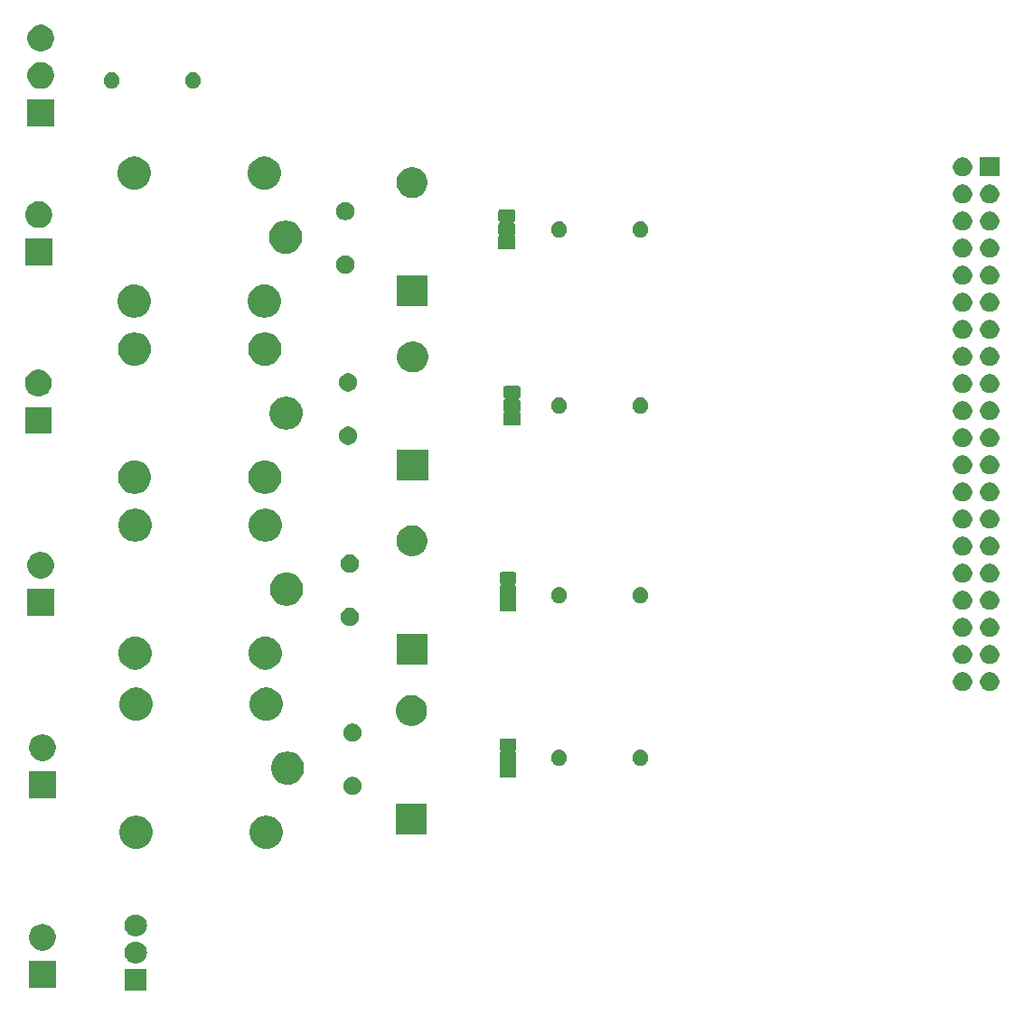
<source format=gbr>
G04 #@! TF.GenerationSoftware,KiCad,Pcbnew,(5.1.5)-3*
G04 #@! TF.CreationDate,2020-05-30T00:12:56+02:00*
G04 #@! TF.ProjectId,BOTLAND-1-INTELIGENTNY-DOM,424f544c-414e-4442-9d31-2d494e54454c,rev?*
G04 #@! TF.SameCoordinates,Original*
G04 #@! TF.FileFunction,Soldermask,Bot*
G04 #@! TF.FilePolarity,Negative*
%FSLAX46Y46*%
G04 Gerber Fmt 4.6, Leading zero omitted, Abs format (unit mm)*
G04 Created by KiCad (PCBNEW (5.1.5)-3) date 2020-05-30 00:12:56*
%MOMM*%
%LPD*%
G04 APERTURE LIST*
%ADD10C,0.100000*%
G04 APERTURE END LIST*
D10*
G36*
X37881000Y-152133500D02*
G01*
X35779000Y-152133500D01*
X35779000Y-150126500D01*
X37881000Y-150126500D01*
X37881000Y-152133500D01*
G37*
G36*
X29353560Y-151908560D02*
G01*
X26851560Y-151908560D01*
X26851560Y-149406560D01*
X29353560Y-149406560D01*
X29353560Y-151908560D01*
G37*
G36*
X36975936Y-147591340D02*
G01*
X37074220Y-147601020D01*
X37263381Y-147658401D01*
X37437712Y-147751583D01*
X37590515Y-147876985D01*
X37715917Y-148029788D01*
X37809099Y-148204119D01*
X37866480Y-148393280D01*
X37885855Y-148590000D01*
X37866480Y-148786720D01*
X37809099Y-148975881D01*
X37715917Y-149150212D01*
X37590515Y-149303015D01*
X37437712Y-149428417D01*
X37263381Y-149521599D01*
X37074220Y-149578980D01*
X36975936Y-149588660D01*
X36926795Y-149593500D01*
X36733205Y-149593500D01*
X36684064Y-149588660D01*
X36585780Y-149578980D01*
X36396619Y-149521599D01*
X36222288Y-149428417D01*
X36069485Y-149303015D01*
X35944083Y-149150212D01*
X35850901Y-148975881D01*
X35793520Y-148786720D01*
X35774145Y-148590000D01*
X35793520Y-148393280D01*
X35850901Y-148204119D01*
X35944083Y-148029788D01*
X36069485Y-147876985D01*
X36222288Y-147751583D01*
X36396619Y-147658401D01*
X36585780Y-147601020D01*
X36684064Y-147591340D01*
X36733205Y-147586500D01*
X36926795Y-147586500D01*
X36975936Y-147591340D01*
G37*
G36*
X28467463Y-145954635D02*
G01*
X28695131Y-146048938D01*
X28900026Y-146185845D01*
X29074275Y-146360094D01*
X29211182Y-146564989D01*
X29305485Y-146792657D01*
X29353560Y-147034347D01*
X29353560Y-147280773D01*
X29305485Y-147522463D01*
X29211182Y-147750131D01*
X29074275Y-147955026D01*
X28900026Y-148129275D01*
X28695131Y-148266182D01*
X28695130Y-148266183D01*
X28695129Y-148266183D01*
X28467463Y-148360485D01*
X28225774Y-148408560D01*
X27979346Y-148408560D01*
X27737657Y-148360485D01*
X27509991Y-148266183D01*
X27509990Y-148266183D01*
X27509989Y-148266182D01*
X27305094Y-148129275D01*
X27130845Y-147955026D01*
X26993938Y-147750131D01*
X26899635Y-147522463D01*
X26851560Y-147280773D01*
X26851560Y-147034347D01*
X26899635Y-146792657D01*
X26993938Y-146564989D01*
X27130845Y-146360094D01*
X27305094Y-146185845D01*
X27509989Y-146048938D01*
X27737657Y-145954635D01*
X27979346Y-145906560D01*
X28225774Y-145906560D01*
X28467463Y-145954635D01*
G37*
G36*
X36975936Y-145051340D02*
G01*
X37074220Y-145061020D01*
X37263381Y-145118401D01*
X37437712Y-145211583D01*
X37590515Y-145336985D01*
X37715917Y-145489788D01*
X37809099Y-145664119D01*
X37866480Y-145853280D01*
X37885855Y-146050000D01*
X37866480Y-146246720D01*
X37809099Y-146435881D01*
X37715917Y-146610212D01*
X37590515Y-146763015D01*
X37437712Y-146888417D01*
X37263381Y-146981599D01*
X37074220Y-147038980D01*
X36975936Y-147048660D01*
X36926795Y-147053500D01*
X36733205Y-147053500D01*
X36684064Y-147048660D01*
X36585780Y-147038980D01*
X36396619Y-146981599D01*
X36222288Y-146888417D01*
X36069485Y-146763015D01*
X35944083Y-146610212D01*
X35850901Y-146435881D01*
X35793520Y-146246720D01*
X35774145Y-146050000D01*
X35793520Y-145853280D01*
X35850901Y-145664119D01*
X35944083Y-145489788D01*
X36069485Y-145336985D01*
X36222288Y-145211583D01*
X36396619Y-145118401D01*
X36585780Y-145061020D01*
X36684064Y-145051340D01*
X36733205Y-145046500D01*
X36926795Y-145046500D01*
X36975936Y-145051340D01*
G37*
G36*
X49361665Y-135786642D02*
G01*
X49511490Y-135816444D01*
X49793754Y-135933361D01*
X50047785Y-136103099D01*
X50263821Y-136319135D01*
X50433559Y-136573166D01*
X50550476Y-136855430D01*
X50610080Y-137155080D01*
X50610080Y-137460600D01*
X50550476Y-137760250D01*
X50433559Y-138042514D01*
X50263821Y-138296545D01*
X50047785Y-138512581D01*
X49793754Y-138682319D01*
X49511490Y-138799236D01*
X49361665Y-138829038D01*
X49211841Y-138858840D01*
X48906319Y-138858840D01*
X48756495Y-138829038D01*
X48606670Y-138799236D01*
X48324406Y-138682319D01*
X48070375Y-138512581D01*
X47854339Y-138296545D01*
X47684601Y-138042514D01*
X47567684Y-137760250D01*
X47508080Y-137460600D01*
X47508080Y-137155080D01*
X47567684Y-136855430D01*
X47684601Y-136573166D01*
X47854339Y-136319135D01*
X48070375Y-136103099D01*
X48324406Y-135933361D01*
X48606670Y-135816444D01*
X48756495Y-135786642D01*
X48906319Y-135756840D01*
X49211841Y-135756840D01*
X49361665Y-135786642D01*
G37*
G36*
X37161665Y-135786642D02*
G01*
X37311490Y-135816444D01*
X37593754Y-135933361D01*
X37847785Y-136103099D01*
X38063821Y-136319135D01*
X38233559Y-136573166D01*
X38350476Y-136855430D01*
X38410080Y-137155080D01*
X38410080Y-137460600D01*
X38350476Y-137760250D01*
X38233559Y-138042514D01*
X38063821Y-138296545D01*
X37847785Y-138512581D01*
X37593754Y-138682319D01*
X37311490Y-138799236D01*
X37161665Y-138829038D01*
X37011841Y-138858840D01*
X36706319Y-138858840D01*
X36556495Y-138829038D01*
X36406670Y-138799236D01*
X36124406Y-138682319D01*
X35870375Y-138512581D01*
X35654339Y-138296545D01*
X35484601Y-138042514D01*
X35367684Y-137760250D01*
X35308080Y-137460600D01*
X35308080Y-137155080D01*
X35367684Y-136855430D01*
X35484601Y-136573166D01*
X35654339Y-136319135D01*
X35870375Y-136103099D01*
X36124406Y-135933361D01*
X36406670Y-135816444D01*
X36556495Y-135786642D01*
X36706319Y-135756840D01*
X37011841Y-135756840D01*
X37161665Y-135786642D01*
G37*
G36*
X64128040Y-137518800D02*
G01*
X61226040Y-137518800D01*
X61226040Y-134616800D01*
X64128040Y-134616800D01*
X64128040Y-137518800D01*
G37*
G36*
X29353560Y-134128560D02*
G01*
X26851560Y-134128560D01*
X26851560Y-131626560D01*
X29353560Y-131626560D01*
X29353560Y-134128560D01*
G37*
G36*
X57388068Y-132155783D02*
G01*
X57542940Y-132219933D01*
X57682321Y-132313065D01*
X57800855Y-132431599D01*
X57893987Y-132570980D01*
X57958137Y-132725852D01*
X57990840Y-132890264D01*
X57990840Y-133057896D01*
X57958137Y-133222308D01*
X57893987Y-133377180D01*
X57800855Y-133516561D01*
X57682321Y-133635095D01*
X57542940Y-133728227D01*
X57388068Y-133792377D01*
X57223656Y-133825080D01*
X57056024Y-133825080D01*
X56891612Y-133792377D01*
X56736740Y-133728227D01*
X56597359Y-133635095D01*
X56478825Y-133516561D01*
X56385693Y-133377180D01*
X56321543Y-133222308D01*
X56288840Y-133057896D01*
X56288840Y-132890264D01*
X56321543Y-132725852D01*
X56385693Y-132570980D01*
X56478825Y-132431599D01*
X56597359Y-132313065D01*
X56736740Y-132219933D01*
X56891612Y-132155783D01*
X57056024Y-132123080D01*
X57223656Y-132123080D01*
X57388068Y-132155783D01*
G37*
G36*
X51337343Y-129781804D02*
G01*
X51511490Y-129816444D01*
X51793754Y-129933361D01*
X52047785Y-130103099D01*
X52263821Y-130319135D01*
X52433559Y-130573166D01*
X52550476Y-130855430D01*
X52610080Y-131155080D01*
X52610080Y-131460600D01*
X52550476Y-131760250D01*
X52433559Y-132042514D01*
X52263821Y-132296545D01*
X52047785Y-132512581D01*
X51793754Y-132682319D01*
X51511490Y-132799236D01*
X51361665Y-132829038D01*
X51211841Y-132858840D01*
X50906319Y-132858840D01*
X50756495Y-132829038D01*
X50606670Y-132799236D01*
X50324406Y-132682319D01*
X50070375Y-132512581D01*
X49854339Y-132296545D01*
X49684601Y-132042514D01*
X49567684Y-131760250D01*
X49508080Y-131460600D01*
X49508080Y-131155080D01*
X49567684Y-130855430D01*
X49684601Y-130573166D01*
X49854339Y-130319135D01*
X50070375Y-130103099D01*
X50324406Y-129933361D01*
X50606670Y-129816444D01*
X50780817Y-129781804D01*
X50906319Y-129756840D01*
X51211841Y-129756840D01*
X51337343Y-129781804D01*
G37*
G36*
X72328653Y-128516806D02*
G01*
X72370846Y-128529605D01*
X72409724Y-128550386D01*
X72443805Y-128578355D01*
X72471774Y-128612436D01*
X72492555Y-128651314D01*
X72505354Y-128693507D01*
X72510280Y-128743521D01*
X72510280Y-129432239D01*
X72505354Y-129482253D01*
X72492555Y-129524446D01*
X72471774Y-129563324D01*
X72443805Y-129597405D01*
X72408651Y-129626255D01*
X72391324Y-129643582D01*
X72377711Y-129663956D01*
X72368333Y-129686595D01*
X72363553Y-129710628D01*
X72363553Y-129735133D01*
X72368334Y-129759166D01*
X72377711Y-129781805D01*
X72391325Y-129802179D01*
X72408651Y-129819505D01*
X72443805Y-129848355D01*
X72471774Y-129882436D01*
X72492555Y-129921314D01*
X72505354Y-129963507D01*
X72510280Y-130013521D01*
X72510280Y-130702239D01*
X72505354Y-130752253D01*
X72492555Y-130794446D01*
X72471774Y-130833324D01*
X72460073Y-130847582D01*
X72446459Y-130867956D01*
X72437082Y-130890595D01*
X72432301Y-130914628D01*
X72432301Y-130939132D01*
X72437081Y-130963166D01*
X72446458Y-130985805D01*
X72460072Y-131006179D01*
X72477399Y-131023506D01*
X72497773Y-131037120D01*
X72510280Y-131042300D01*
X72510280Y-132203880D01*
X70908280Y-132203880D01*
X70908280Y-131042795D01*
X70909697Y-131042365D01*
X70931308Y-131030814D01*
X70950250Y-131015269D01*
X70965795Y-130996327D01*
X70977346Y-130974716D01*
X70984459Y-130951267D01*
X70986861Y-130926881D01*
X70984459Y-130902495D01*
X70977346Y-130879046D01*
X70965795Y-130857435D01*
X70958487Y-130847582D01*
X70946786Y-130833324D01*
X70926005Y-130794446D01*
X70913206Y-130752253D01*
X70908280Y-130702239D01*
X70908280Y-130013521D01*
X70913206Y-129963507D01*
X70926005Y-129921314D01*
X70946786Y-129882436D01*
X70974755Y-129848355D01*
X71009909Y-129819505D01*
X71027236Y-129802178D01*
X71040849Y-129781804D01*
X71050227Y-129759165D01*
X71055007Y-129735132D01*
X71055007Y-129710627D01*
X71050226Y-129686594D01*
X71040849Y-129663955D01*
X71027235Y-129643581D01*
X71009909Y-129626255D01*
X70974755Y-129597405D01*
X70946786Y-129563324D01*
X70926005Y-129524446D01*
X70913206Y-129482253D01*
X70908280Y-129432239D01*
X70908280Y-128743521D01*
X70913206Y-128693507D01*
X70926005Y-128651314D01*
X70946786Y-128612436D01*
X70974755Y-128578355D01*
X71008836Y-128550386D01*
X71047714Y-128529605D01*
X71089907Y-128516806D01*
X71139921Y-128511880D01*
X72278639Y-128511880D01*
X72328653Y-128516806D01*
G37*
G36*
X84333699Y-129600180D02*
G01*
X84438481Y-129643582D01*
X84470372Y-129656792D01*
X84593375Y-129738980D01*
X84697980Y-129843585D01*
X84780168Y-129966588D01*
X84836780Y-130103261D01*
X84865640Y-130248353D01*
X84865640Y-130396287D01*
X84836780Y-130541379D01*
X84780168Y-130678052D01*
X84697980Y-130801055D01*
X84593375Y-130905660D01*
X84470372Y-130987848D01*
X84470371Y-130987849D01*
X84470370Y-130987849D01*
X84333699Y-131044460D01*
X84188608Y-131073320D01*
X84040672Y-131073320D01*
X83895581Y-131044460D01*
X83758910Y-130987849D01*
X83758909Y-130987849D01*
X83758908Y-130987848D01*
X83635905Y-130905660D01*
X83531300Y-130801055D01*
X83449112Y-130678052D01*
X83392500Y-130541379D01*
X83363640Y-130396287D01*
X83363640Y-130248353D01*
X83392500Y-130103261D01*
X83449112Y-129966588D01*
X83531300Y-129843585D01*
X83635905Y-129738980D01*
X83758908Y-129656792D01*
X83790800Y-129643582D01*
X83895581Y-129600180D01*
X84040672Y-129571320D01*
X84188608Y-129571320D01*
X84333699Y-129600180D01*
G37*
G36*
X76713699Y-129600180D02*
G01*
X76818481Y-129643582D01*
X76850372Y-129656792D01*
X76973375Y-129738980D01*
X77077980Y-129843585D01*
X77160168Y-129966588D01*
X77216780Y-130103261D01*
X77245640Y-130248353D01*
X77245640Y-130396287D01*
X77216780Y-130541379D01*
X77160168Y-130678052D01*
X77077980Y-130801055D01*
X76973375Y-130905660D01*
X76850372Y-130987848D01*
X76850371Y-130987849D01*
X76850370Y-130987849D01*
X76713699Y-131044460D01*
X76568608Y-131073320D01*
X76420672Y-131073320D01*
X76275581Y-131044460D01*
X76138910Y-130987849D01*
X76138909Y-130987849D01*
X76138908Y-130987848D01*
X76015905Y-130905660D01*
X75911300Y-130801055D01*
X75829112Y-130678052D01*
X75772500Y-130541379D01*
X75743640Y-130396287D01*
X75743640Y-130248353D01*
X75772500Y-130103261D01*
X75829112Y-129966588D01*
X75911300Y-129843585D01*
X76015905Y-129738980D01*
X76138908Y-129656792D01*
X76170800Y-129643582D01*
X76275581Y-129600180D01*
X76420672Y-129571320D01*
X76568608Y-129571320D01*
X76713699Y-129600180D01*
G37*
G36*
X28467463Y-128174635D02*
G01*
X28582559Y-128222309D01*
X28695131Y-128268938D01*
X28900026Y-128405845D01*
X29074275Y-128580094D01*
X29173255Y-128728228D01*
X29211183Y-128784991D01*
X29305485Y-129012657D01*
X29353560Y-129254346D01*
X29353560Y-129500774D01*
X29305485Y-129742463D01*
X29236141Y-129909876D01*
X29211182Y-129970131D01*
X29074275Y-130175026D01*
X28900026Y-130349275D01*
X28695131Y-130486182D01*
X28695130Y-130486183D01*
X28695129Y-130486183D01*
X28467463Y-130580485D01*
X28225774Y-130628560D01*
X27979346Y-130628560D01*
X27737657Y-130580485D01*
X27509991Y-130486183D01*
X27509990Y-130486183D01*
X27509989Y-130486182D01*
X27305094Y-130349275D01*
X27130845Y-130175026D01*
X26993938Y-129970131D01*
X26968980Y-129909876D01*
X26899635Y-129742463D01*
X26851560Y-129500774D01*
X26851560Y-129254346D01*
X26899635Y-129012657D01*
X26993937Y-128784991D01*
X27031865Y-128728228D01*
X27130845Y-128580094D01*
X27305094Y-128405845D01*
X27509989Y-128268938D01*
X27622562Y-128222309D01*
X27737657Y-128174635D01*
X27979346Y-128126560D01*
X28225774Y-128126560D01*
X28467463Y-128174635D01*
G37*
G36*
X57388068Y-127155783D02*
G01*
X57542940Y-127219933D01*
X57682321Y-127313065D01*
X57800855Y-127431599D01*
X57893987Y-127570980D01*
X57958137Y-127725852D01*
X57990840Y-127890264D01*
X57990840Y-128057896D01*
X57958137Y-128222308D01*
X57893987Y-128377180D01*
X57800855Y-128516561D01*
X57682321Y-128635095D01*
X57542940Y-128728227D01*
X57388068Y-128792377D01*
X57223656Y-128825080D01*
X57056024Y-128825080D01*
X56891612Y-128792377D01*
X56736740Y-128728227D01*
X56597359Y-128635095D01*
X56478825Y-128516561D01*
X56385693Y-128377180D01*
X56321543Y-128222308D01*
X56288840Y-128057896D01*
X56288840Y-127890264D01*
X56321543Y-127725852D01*
X56385693Y-127570980D01*
X56478825Y-127431599D01*
X56597359Y-127313065D01*
X56736740Y-127219933D01*
X56891612Y-127155783D01*
X57056024Y-127123080D01*
X57223656Y-127123080D01*
X57388068Y-127155783D01*
G37*
G36*
X63100281Y-124512560D02*
G01*
X63364345Y-124621939D01*
X63601998Y-124780734D01*
X63804106Y-124982842D01*
X63962901Y-125220495D01*
X64072280Y-125484559D01*
X64128040Y-125764888D01*
X64128040Y-126050712D01*
X64072280Y-126331041D01*
X63962901Y-126595105D01*
X63804106Y-126832758D01*
X63601998Y-127034866D01*
X63364345Y-127193661D01*
X63100281Y-127303040D01*
X62819952Y-127358800D01*
X62534128Y-127358800D01*
X62253799Y-127303040D01*
X61989735Y-127193661D01*
X61752082Y-127034866D01*
X61549974Y-126832758D01*
X61391179Y-126595105D01*
X61281800Y-126331041D01*
X61226040Y-126050712D01*
X61226040Y-125764888D01*
X61281800Y-125484559D01*
X61391179Y-125220495D01*
X61549974Y-124982842D01*
X61752082Y-124780734D01*
X61989735Y-124621939D01*
X62253799Y-124512560D01*
X62534128Y-124456800D01*
X62819952Y-124456800D01*
X63100281Y-124512560D01*
G37*
G36*
X49361665Y-123786642D02*
G01*
X49511490Y-123816444D01*
X49793754Y-123933361D01*
X50047785Y-124103099D01*
X50263821Y-124319135D01*
X50433559Y-124573166D01*
X50550476Y-124855430D01*
X50610080Y-125155080D01*
X50610080Y-125460600D01*
X50550476Y-125760250D01*
X50433559Y-126042514D01*
X50263821Y-126296545D01*
X50047785Y-126512581D01*
X49793754Y-126682319D01*
X49511490Y-126799236D01*
X49361665Y-126829038D01*
X49211841Y-126858840D01*
X48906319Y-126858840D01*
X48756495Y-126829038D01*
X48606670Y-126799236D01*
X48324406Y-126682319D01*
X48070375Y-126512581D01*
X47854339Y-126296545D01*
X47684601Y-126042514D01*
X47567684Y-125760250D01*
X47508080Y-125460600D01*
X47508080Y-125155080D01*
X47567684Y-124855430D01*
X47684601Y-124573166D01*
X47854339Y-124319135D01*
X48070375Y-124103099D01*
X48324406Y-123933361D01*
X48606670Y-123816444D01*
X48756495Y-123786642D01*
X48906319Y-123756840D01*
X49211841Y-123756840D01*
X49361665Y-123786642D01*
G37*
G36*
X37161665Y-123786642D02*
G01*
X37311490Y-123816444D01*
X37593754Y-123933361D01*
X37847785Y-124103099D01*
X38063821Y-124319135D01*
X38233559Y-124573166D01*
X38350476Y-124855430D01*
X38410080Y-125155080D01*
X38410080Y-125460600D01*
X38350476Y-125760250D01*
X38233559Y-126042514D01*
X38063821Y-126296545D01*
X37847785Y-126512581D01*
X37593754Y-126682319D01*
X37311490Y-126799236D01*
X37161665Y-126829038D01*
X37011841Y-126858840D01*
X36706319Y-126858840D01*
X36556495Y-126829038D01*
X36406670Y-126799236D01*
X36124406Y-126682319D01*
X35870375Y-126512581D01*
X35654339Y-126296545D01*
X35484601Y-126042514D01*
X35367684Y-125760250D01*
X35308080Y-125460600D01*
X35308080Y-125155080D01*
X35367684Y-124855430D01*
X35484601Y-124573166D01*
X35654339Y-124319135D01*
X35870375Y-124103099D01*
X36124406Y-123933361D01*
X36406670Y-123816444D01*
X36556495Y-123786642D01*
X36706319Y-123756840D01*
X37011841Y-123756840D01*
X37161665Y-123786642D01*
G37*
G36*
X114413512Y-122293927D02*
G01*
X114562812Y-122323624D01*
X114726784Y-122391544D01*
X114874354Y-122490147D01*
X114999853Y-122615646D01*
X115098456Y-122763216D01*
X115166376Y-122927188D01*
X115201000Y-123101259D01*
X115201000Y-123278741D01*
X115166376Y-123452812D01*
X115098456Y-123616784D01*
X114999853Y-123764354D01*
X114874354Y-123889853D01*
X114726784Y-123988456D01*
X114562812Y-124056376D01*
X114413512Y-124086073D01*
X114388742Y-124091000D01*
X114211258Y-124091000D01*
X114186488Y-124086073D01*
X114037188Y-124056376D01*
X113873216Y-123988456D01*
X113725646Y-123889853D01*
X113600147Y-123764354D01*
X113501544Y-123616784D01*
X113433624Y-123452812D01*
X113399000Y-123278741D01*
X113399000Y-123101259D01*
X113433624Y-122927188D01*
X113501544Y-122763216D01*
X113600147Y-122615646D01*
X113725646Y-122490147D01*
X113873216Y-122391544D01*
X114037188Y-122323624D01*
X114186488Y-122293927D01*
X114211258Y-122289000D01*
X114388742Y-122289000D01*
X114413512Y-122293927D01*
G37*
G36*
X116953512Y-122293927D02*
G01*
X117102812Y-122323624D01*
X117266784Y-122391544D01*
X117414354Y-122490147D01*
X117539853Y-122615646D01*
X117638456Y-122763216D01*
X117706376Y-122927188D01*
X117741000Y-123101259D01*
X117741000Y-123278741D01*
X117706376Y-123452812D01*
X117638456Y-123616784D01*
X117539853Y-123764354D01*
X117414354Y-123889853D01*
X117266784Y-123988456D01*
X117102812Y-124056376D01*
X116953512Y-124086073D01*
X116928742Y-124091000D01*
X116751258Y-124091000D01*
X116726488Y-124086073D01*
X116577188Y-124056376D01*
X116413216Y-123988456D01*
X116265646Y-123889853D01*
X116140147Y-123764354D01*
X116041544Y-123616784D01*
X115973624Y-123452812D01*
X115939000Y-123278741D01*
X115939000Y-123101259D01*
X115973624Y-122927188D01*
X116041544Y-122763216D01*
X116140147Y-122615646D01*
X116265646Y-122490147D01*
X116413216Y-122391544D01*
X116577188Y-122323624D01*
X116726488Y-122293927D01*
X116751258Y-122289000D01*
X116928742Y-122289000D01*
X116953512Y-122293927D01*
G37*
G36*
X37075305Y-118997242D02*
G01*
X37225130Y-119027044D01*
X37507394Y-119143961D01*
X37761425Y-119313699D01*
X37977461Y-119529735D01*
X38147199Y-119783766D01*
X38264116Y-120066030D01*
X38323720Y-120365680D01*
X38323720Y-120671200D01*
X38264116Y-120970850D01*
X38147199Y-121253114D01*
X37977461Y-121507145D01*
X37761425Y-121723181D01*
X37507394Y-121892919D01*
X37225130Y-122009836D01*
X37075305Y-122039638D01*
X36925481Y-122069440D01*
X36619959Y-122069440D01*
X36470135Y-122039638D01*
X36320310Y-122009836D01*
X36038046Y-121892919D01*
X35784015Y-121723181D01*
X35567979Y-121507145D01*
X35398241Y-121253114D01*
X35281324Y-120970850D01*
X35221720Y-120671200D01*
X35221720Y-120365680D01*
X35281324Y-120066030D01*
X35398241Y-119783766D01*
X35567979Y-119529735D01*
X35784015Y-119313699D01*
X36038046Y-119143961D01*
X36320310Y-119027044D01*
X36470135Y-118997242D01*
X36619959Y-118967440D01*
X36925481Y-118967440D01*
X37075305Y-118997242D01*
G37*
G36*
X49275305Y-118997242D02*
G01*
X49425130Y-119027044D01*
X49707394Y-119143961D01*
X49961425Y-119313699D01*
X50177461Y-119529735D01*
X50347199Y-119783766D01*
X50464116Y-120066030D01*
X50523720Y-120365680D01*
X50523720Y-120671200D01*
X50464116Y-120970850D01*
X50347199Y-121253114D01*
X50177461Y-121507145D01*
X49961425Y-121723181D01*
X49707394Y-121892919D01*
X49425130Y-122009836D01*
X49275305Y-122039638D01*
X49125481Y-122069440D01*
X48819959Y-122069440D01*
X48670135Y-122039638D01*
X48520310Y-122009836D01*
X48238046Y-121892919D01*
X47984015Y-121723181D01*
X47767979Y-121507145D01*
X47598241Y-121253114D01*
X47481324Y-120970850D01*
X47421720Y-120671200D01*
X47421720Y-120365680D01*
X47481324Y-120066030D01*
X47598241Y-119783766D01*
X47767979Y-119529735D01*
X47984015Y-119313699D01*
X48238046Y-119143961D01*
X48520310Y-119027044D01*
X48670135Y-118997242D01*
X48819959Y-118967440D01*
X49125481Y-118967440D01*
X49275305Y-118997242D01*
G37*
G36*
X64163600Y-121598080D02*
G01*
X61261600Y-121598080D01*
X61261600Y-118696080D01*
X64163600Y-118696080D01*
X64163600Y-121598080D01*
G37*
G36*
X114413512Y-119753927D02*
G01*
X114562812Y-119783624D01*
X114726784Y-119851544D01*
X114874354Y-119950147D01*
X114999853Y-120075646D01*
X115098456Y-120223216D01*
X115166376Y-120387188D01*
X115201000Y-120561259D01*
X115201000Y-120738741D01*
X115166376Y-120912812D01*
X115098456Y-121076784D01*
X114999853Y-121224354D01*
X114874354Y-121349853D01*
X114726784Y-121448456D01*
X114562812Y-121516376D01*
X114413512Y-121546073D01*
X114388742Y-121551000D01*
X114211258Y-121551000D01*
X114186488Y-121546073D01*
X114037188Y-121516376D01*
X113873216Y-121448456D01*
X113725646Y-121349853D01*
X113600147Y-121224354D01*
X113501544Y-121076784D01*
X113433624Y-120912812D01*
X113399000Y-120738741D01*
X113399000Y-120561259D01*
X113433624Y-120387188D01*
X113501544Y-120223216D01*
X113600147Y-120075646D01*
X113725646Y-119950147D01*
X113873216Y-119851544D01*
X114037188Y-119783624D01*
X114186488Y-119753927D01*
X114211258Y-119749000D01*
X114388742Y-119749000D01*
X114413512Y-119753927D01*
G37*
G36*
X116953512Y-119753927D02*
G01*
X117102812Y-119783624D01*
X117266784Y-119851544D01*
X117414354Y-119950147D01*
X117539853Y-120075646D01*
X117638456Y-120223216D01*
X117706376Y-120387188D01*
X117741000Y-120561259D01*
X117741000Y-120738741D01*
X117706376Y-120912812D01*
X117638456Y-121076784D01*
X117539853Y-121224354D01*
X117414354Y-121349853D01*
X117266784Y-121448456D01*
X117102812Y-121516376D01*
X116953512Y-121546073D01*
X116928742Y-121551000D01*
X116751258Y-121551000D01*
X116726488Y-121546073D01*
X116577188Y-121516376D01*
X116413216Y-121448456D01*
X116265646Y-121349853D01*
X116140147Y-121224354D01*
X116041544Y-121076784D01*
X115973624Y-120912812D01*
X115939000Y-120738741D01*
X115939000Y-120561259D01*
X115973624Y-120387188D01*
X116041544Y-120223216D01*
X116140147Y-120075646D01*
X116265646Y-119950147D01*
X116413216Y-119851544D01*
X116577188Y-119783624D01*
X116726488Y-119753927D01*
X116751258Y-119749000D01*
X116928742Y-119749000D01*
X116953512Y-119753927D01*
G37*
G36*
X114413512Y-117213927D02*
G01*
X114562812Y-117243624D01*
X114726784Y-117311544D01*
X114874354Y-117410147D01*
X114999853Y-117535646D01*
X115098456Y-117683216D01*
X115166376Y-117847188D01*
X115201000Y-118021259D01*
X115201000Y-118198741D01*
X115166376Y-118372812D01*
X115098456Y-118536784D01*
X114999853Y-118684354D01*
X114874354Y-118809853D01*
X114726784Y-118908456D01*
X114562812Y-118976376D01*
X114413512Y-119006073D01*
X114388742Y-119011000D01*
X114211258Y-119011000D01*
X114186488Y-119006073D01*
X114037188Y-118976376D01*
X113873216Y-118908456D01*
X113725646Y-118809853D01*
X113600147Y-118684354D01*
X113501544Y-118536784D01*
X113433624Y-118372812D01*
X113399000Y-118198741D01*
X113399000Y-118021259D01*
X113433624Y-117847188D01*
X113501544Y-117683216D01*
X113600147Y-117535646D01*
X113725646Y-117410147D01*
X113873216Y-117311544D01*
X114037188Y-117243624D01*
X114186488Y-117213927D01*
X114211258Y-117209000D01*
X114388742Y-117209000D01*
X114413512Y-117213927D01*
G37*
G36*
X116953512Y-117213927D02*
G01*
X117102812Y-117243624D01*
X117266784Y-117311544D01*
X117414354Y-117410147D01*
X117539853Y-117535646D01*
X117638456Y-117683216D01*
X117706376Y-117847188D01*
X117741000Y-118021259D01*
X117741000Y-118198741D01*
X117706376Y-118372812D01*
X117638456Y-118536784D01*
X117539853Y-118684354D01*
X117414354Y-118809853D01*
X117266784Y-118908456D01*
X117102812Y-118976376D01*
X116953512Y-119006073D01*
X116928742Y-119011000D01*
X116751258Y-119011000D01*
X116726488Y-119006073D01*
X116577188Y-118976376D01*
X116413216Y-118908456D01*
X116265646Y-118809853D01*
X116140147Y-118684354D01*
X116041544Y-118536784D01*
X115973624Y-118372812D01*
X115939000Y-118198741D01*
X115939000Y-118021259D01*
X115973624Y-117847188D01*
X116041544Y-117683216D01*
X116140147Y-117535646D01*
X116265646Y-117410147D01*
X116413216Y-117311544D01*
X116577188Y-117243624D01*
X116726488Y-117213927D01*
X116751258Y-117209000D01*
X116928742Y-117209000D01*
X116953512Y-117213927D01*
G37*
G36*
X57139148Y-116290943D02*
G01*
X57294020Y-116355093D01*
X57433401Y-116448225D01*
X57551935Y-116566759D01*
X57645067Y-116706140D01*
X57709217Y-116861012D01*
X57741920Y-117025424D01*
X57741920Y-117193056D01*
X57709217Y-117357468D01*
X57645067Y-117512340D01*
X57551935Y-117651721D01*
X57433401Y-117770255D01*
X57294020Y-117863387D01*
X57139148Y-117927537D01*
X56974736Y-117960240D01*
X56807104Y-117960240D01*
X56642692Y-117927537D01*
X56487820Y-117863387D01*
X56348439Y-117770255D01*
X56229905Y-117651721D01*
X56136773Y-117512340D01*
X56072623Y-117357468D01*
X56039920Y-117193056D01*
X56039920Y-117025424D01*
X56072623Y-116861012D01*
X56136773Y-116706140D01*
X56229905Y-116566759D01*
X56348439Y-116448225D01*
X56487820Y-116355093D01*
X56642692Y-116290943D01*
X56807104Y-116258240D01*
X56974736Y-116258240D01*
X57139148Y-116290943D01*
G37*
G36*
X29180840Y-117019120D02*
G01*
X26678840Y-117019120D01*
X26678840Y-114517120D01*
X29180840Y-114517120D01*
X29180840Y-117019120D01*
G37*
G36*
X72328653Y-112911046D02*
G01*
X72370846Y-112923845D01*
X72409724Y-112944626D01*
X72443805Y-112972595D01*
X72471774Y-113006676D01*
X72492555Y-113045554D01*
X72505354Y-113087747D01*
X72510280Y-113137761D01*
X72510280Y-113826479D01*
X72505354Y-113876493D01*
X72492555Y-113918686D01*
X72471774Y-113957564D01*
X72443805Y-113991645D01*
X72408651Y-114020495D01*
X72391324Y-114037822D01*
X72377711Y-114058196D01*
X72368333Y-114080835D01*
X72363553Y-114104868D01*
X72363553Y-114129373D01*
X72368334Y-114153406D01*
X72377711Y-114176045D01*
X72391325Y-114196419D01*
X72408651Y-114213745D01*
X72443805Y-114242595D01*
X72471774Y-114276676D01*
X72492555Y-114315554D01*
X72505354Y-114357747D01*
X72510280Y-114407761D01*
X72510280Y-115096479D01*
X72505354Y-115146493D01*
X72492555Y-115188686D01*
X72471774Y-115227564D01*
X72460073Y-115241822D01*
X72446459Y-115262196D01*
X72437082Y-115284835D01*
X72432301Y-115308868D01*
X72432301Y-115333372D01*
X72437081Y-115357406D01*
X72446458Y-115380045D01*
X72460072Y-115400419D01*
X72477399Y-115417746D01*
X72497773Y-115431360D01*
X72510280Y-115436540D01*
X72510280Y-116598120D01*
X70908280Y-116598120D01*
X70908280Y-115437035D01*
X70909697Y-115436605D01*
X70931308Y-115425054D01*
X70950250Y-115409509D01*
X70965795Y-115390567D01*
X70977346Y-115368956D01*
X70984459Y-115345507D01*
X70986861Y-115321121D01*
X70984459Y-115296735D01*
X70977346Y-115273286D01*
X70965795Y-115251675D01*
X70958487Y-115241822D01*
X70946786Y-115227564D01*
X70926005Y-115188686D01*
X70913206Y-115146493D01*
X70908280Y-115096479D01*
X70908280Y-114407761D01*
X70913206Y-114357747D01*
X70926005Y-114315554D01*
X70946786Y-114276676D01*
X70974755Y-114242595D01*
X71009909Y-114213745D01*
X71027236Y-114196418D01*
X71040849Y-114176044D01*
X71050227Y-114153405D01*
X71055007Y-114129372D01*
X71055007Y-114104867D01*
X71050226Y-114080834D01*
X71040849Y-114058195D01*
X71027235Y-114037821D01*
X71009909Y-114020495D01*
X70974755Y-113991645D01*
X70946786Y-113957564D01*
X70926005Y-113918686D01*
X70913206Y-113876493D01*
X70908280Y-113826479D01*
X70908280Y-113137761D01*
X70913206Y-113087747D01*
X70926005Y-113045554D01*
X70946786Y-113006676D01*
X70974755Y-112972595D01*
X71008836Y-112944626D01*
X71047714Y-112923845D01*
X71089907Y-112911046D01*
X71139921Y-112906120D01*
X72278639Y-112906120D01*
X72328653Y-112911046D01*
G37*
G36*
X116953512Y-114673927D02*
G01*
X117102812Y-114703624D01*
X117266784Y-114771544D01*
X117414354Y-114870147D01*
X117539853Y-114995646D01*
X117638456Y-115143216D01*
X117706376Y-115307188D01*
X117741000Y-115481259D01*
X117741000Y-115658741D01*
X117706376Y-115832812D01*
X117638456Y-115996784D01*
X117539853Y-116144354D01*
X117414354Y-116269853D01*
X117266784Y-116368456D01*
X117102812Y-116436376D01*
X116953512Y-116466073D01*
X116928742Y-116471000D01*
X116751258Y-116471000D01*
X116726488Y-116466073D01*
X116577188Y-116436376D01*
X116413216Y-116368456D01*
X116265646Y-116269853D01*
X116140147Y-116144354D01*
X116041544Y-115996784D01*
X115973624Y-115832812D01*
X115939000Y-115658741D01*
X115939000Y-115481259D01*
X115973624Y-115307188D01*
X116041544Y-115143216D01*
X116140147Y-114995646D01*
X116265646Y-114870147D01*
X116413216Y-114771544D01*
X116577188Y-114703624D01*
X116726488Y-114673927D01*
X116751258Y-114669000D01*
X116928742Y-114669000D01*
X116953512Y-114673927D01*
G37*
G36*
X114413512Y-114673927D02*
G01*
X114562812Y-114703624D01*
X114726784Y-114771544D01*
X114874354Y-114870147D01*
X114999853Y-114995646D01*
X115098456Y-115143216D01*
X115166376Y-115307188D01*
X115201000Y-115481259D01*
X115201000Y-115658741D01*
X115166376Y-115832812D01*
X115098456Y-115996784D01*
X114999853Y-116144354D01*
X114874354Y-116269853D01*
X114726784Y-116368456D01*
X114562812Y-116436376D01*
X114413512Y-116466073D01*
X114388742Y-116471000D01*
X114211258Y-116471000D01*
X114186488Y-116466073D01*
X114037188Y-116436376D01*
X113873216Y-116368456D01*
X113725646Y-116269853D01*
X113600147Y-116144354D01*
X113501544Y-115996784D01*
X113433624Y-115832812D01*
X113399000Y-115658741D01*
X113399000Y-115481259D01*
X113433624Y-115307188D01*
X113501544Y-115143216D01*
X113600147Y-114995646D01*
X113725646Y-114870147D01*
X113873216Y-114771544D01*
X114037188Y-114703624D01*
X114186488Y-114673927D01*
X114211258Y-114669000D01*
X114388742Y-114669000D01*
X114413512Y-114673927D01*
G37*
G36*
X51241275Y-112990473D02*
G01*
X51425130Y-113027044D01*
X51707394Y-113143961D01*
X51961425Y-113313699D01*
X52177461Y-113529735D01*
X52347199Y-113783766D01*
X52460871Y-114058196D01*
X52464116Y-114066031D01*
X52523720Y-114365679D01*
X52523720Y-114671201D01*
X52517270Y-114703625D01*
X52464116Y-114970850D01*
X52347199Y-115253114D01*
X52177461Y-115507145D01*
X51961425Y-115723181D01*
X51707394Y-115892919D01*
X51425130Y-116009836D01*
X51275305Y-116039638D01*
X51125481Y-116069440D01*
X50819959Y-116069440D01*
X50670135Y-116039638D01*
X50520310Y-116009836D01*
X50238046Y-115892919D01*
X49984015Y-115723181D01*
X49767979Y-115507145D01*
X49598241Y-115253114D01*
X49481324Y-114970850D01*
X49428170Y-114703625D01*
X49421720Y-114671201D01*
X49421720Y-114365679D01*
X49481324Y-114066031D01*
X49484569Y-114058196D01*
X49598241Y-113783766D01*
X49767979Y-113529735D01*
X49984015Y-113313699D01*
X50238046Y-113143961D01*
X50520310Y-113027044D01*
X50704165Y-112990473D01*
X50819959Y-112967440D01*
X51125481Y-112967440D01*
X51241275Y-112990473D01*
G37*
G36*
X84333699Y-114360180D02*
G01*
X84448570Y-114407761D01*
X84470372Y-114416792D01*
X84593375Y-114498980D01*
X84697980Y-114603585D01*
X84780168Y-114726588D01*
X84780169Y-114726590D01*
X84836780Y-114863261D01*
X84865640Y-115008352D01*
X84865640Y-115156288D01*
X84836780Y-115301379D01*
X84780768Y-115436605D01*
X84780168Y-115438052D01*
X84697980Y-115561055D01*
X84593375Y-115665660D01*
X84470372Y-115747848D01*
X84470371Y-115747849D01*
X84470370Y-115747849D01*
X84333699Y-115804460D01*
X84188608Y-115833320D01*
X84040672Y-115833320D01*
X83895581Y-115804460D01*
X83758910Y-115747849D01*
X83758909Y-115747849D01*
X83758908Y-115747848D01*
X83635905Y-115665660D01*
X83531300Y-115561055D01*
X83449112Y-115438052D01*
X83448513Y-115436605D01*
X83392500Y-115301379D01*
X83363640Y-115156288D01*
X83363640Y-115008352D01*
X83392500Y-114863261D01*
X83449111Y-114726590D01*
X83449112Y-114726588D01*
X83531300Y-114603585D01*
X83635905Y-114498980D01*
X83758908Y-114416792D01*
X83780711Y-114407761D01*
X83895581Y-114360180D01*
X84040672Y-114331320D01*
X84188608Y-114331320D01*
X84333699Y-114360180D01*
G37*
G36*
X76713699Y-114360180D02*
G01*
X76828570Y-114407761D01*
X76850372Y-114416792D01*
X76973375Y-114498980D01*
X77077980Y-114603585D01*
X77160168Y-114726588D01*
X77160169Y-114726590D01*
X77216780Y-114863261D01*
X77245640Y-115008352D01*
X77245640Y-115156288D01*
X77216780Y-115301379D01*
X77160768Y-115436605D01*
X77160168Y-115438052D01*
X77077980Y-115561055D01*
X76973375Y-115665660D01*
X76850372Y-115747848D01*
X76850371Y-115747849D01*
X76850370Y-115747849D01*
X76713699Y-115804460D01*
X76568608Y-115833320D01*
X76420672Y-115833320D01*
X76275581Y-115804460D01*
X76138910Y-115747849D01*
X76138909Y-115747849D01*
X76138908Y-115747848D01*
X76015905Y-115665660D01*
X75911300Y-115561055D01*
X75829112Y-115438052D01*
X75828513Y-115436605D01*
X75772500Y-115301379D01*
X75743640Y-115156288D01*
X75743640Y-115008352D01*
X75772500Y-114863261D01*
X75829111Y-114726590D01*
X75829112Y-114726588D01*
X75911300Y-114603585D01*
X76015905Y-114498980D01*
X76138908Y-114416792D01*
X76160711Y-114407761D01*
X76275581Y-114360180D01*
X76420672Y-114331320D01*
X76568608Y-114331320D01*
X76713699Y-114360180D01*
G37*
G36*
X114413512Y-112133927D02*
G01*
X114562812Y-112163624D01*
X114726784Y-112231544D01*
X114874354Y-112330147D01*
X114999853Y-112455646D01*
X115098456Y-112603216D01*
X115166376Y-112767188D01*
X115201000Y-112941259D01*
X115201000Y-113118741D01*
X115166376Y-113292812D01*
X115098456Y-113456784D01*
X114999853Y-113604354D01*
X114874354Y-113729853D01*
X114726784Y-113828456D01*
X114562812Y-113896376D01*
X114413512Y-113926073D01*
X114388742Y-113931000D01*
X114211258Y-113931000D01*
X114186488Y-113926073D01*
X114037188Y-113896376D01*
X113873216Y-113828456D01*
X113725646Y-113729853D01*
X113600147Y-113604354D01*
X113501544Y-113456784D01*
X113433624Y-113292812D01*
X113399000Y-113118741D01*
X113399000Y-112941259D01*
X113433624Y-112767188D01*
X113501544Y-112603216D01*
X113600147Y-112455646D01*
X113725646Y-112330147D01*
X113873216Y-112231544D01*
X114037188Y-112163624D01*
X114186488Y-112133927D01*
X114211258Y-112129000D01*
X114388742Y-112129000D01*
X114413512Y-112133927D01*
G37*
G36*
X116953512Y-112133927D02*
G01*
X117102812Y-112163624D01*
X117266784Y-112231544D01*
X117414354Y-112330147D01*
X117539853Y-112455646D01*
X117638456Y-112603216D01*
X117706376Y-112767188D01*
X117741000Y-112941259D01*
X117741000Y-113118741D01*
X117706376Y-113292812D01*
X117638456Y-113456784D01*
X117539853Y-113604354D01*
X117414354Y-113729853D01*
X117266784Y-113828456D01*
X117102812Y-113896376D01*
X116953512Y-113926073D01*
X116928742Y-113931000D01*
X116751258Y-113931000D01*
X116726488Y-113926073D01*
X116577188Y-113896376D01*
X116413216Y-113828456D01*
X116265646Y-113729853D01*
X116140147Y-113604354D01*
X116041544Y-113456784D01*
X115973624Y-113292812D01*
X115939000Y-113118741D01*
X115939000Y-112941259D01*
X115973624Y-112767188D01*
X116041544Y-112603216D01*
X116140147Y-112455646D01*
X116265646Y-112330147D01*
X116413216Y-112231544D01*
X116577188Y-112163624D01*
X116726488Y-112133927D01*
X116751258Y-112129000D01*
X116928742Y-112129000D01*
X116953512Y-112133927D01*
G37*
G36*
X28294743Y-111065195D02*
G01*
X28412922Y-111114146D01*
X28522411Y-111159498D01*
X28727306Y-111296405D01*
X28901555Y-111470654D01*
X28965771Y-111566760D01*
X29038463Y-111675551D01*
X29132765Y-111903217D01*
X29180840Y-112144906D01*
X29180840Y-112391334D01*
X29168047Y-112455647D01*
X29132765Y-112633023D01*
X29038462Y-112860691D01*
X28901555Y-113065586D01*
X28727306Y-113239835D01*
X28522411Y-113376742D01*
X28522410Y-113376743D01*
X28522409Y-113376743D01*
X28294743Y-113471045D01*
X28053054Y-113519120D01*
X27806626Y-113519120D01*
X27564937Y-113471045D01*
X27337271Y-113376743D01*
X27337270Y-113376743D01*
X27337269Y-113376742D01*
X27132374Y-113239835D01*
X26958125Y-113065586D01*
X26821218Y-112860691D01*
X26726915Y-112633023D01*
X26691633Y-112455647D01*
X26678840Y-112391334D01*
X26678840Y-112144906D01*
X26726915Y-111903217D01*
X26821217Y-111675551D01*
X26893909Y-111566760D01*
X26958125Y-111470654D01*
X27132374Y-111296405D01*
X27337269Y-111159498D01*
X27446759Y-111114146D01*
X27564937Y-111065195D01*
X27806626Y-111017120D01*
X28053054Y-111017120D01*
X28294743Y-111065195D01*
G37*
G36*
X57139148Y-111290943D02*
G01*
X57294020Y-111355093D01*
X57433401Y-111448225D01*
X57551935Y-111566759D01*
X57645067Y-111706140D01*
X57709217Y-111861012D01*
X57741920Y-112025424D01*
X57741920Y-112193056D01*
X57709217Y-112357468D01*
X57645067Y-112512340D01*
X57551935Y-112651721D01*
X57433401Y-112770255D01*
X57294020Y-112863387D01*
X57139148Y-112927537D01*
X56974736Y-112960240D01*
X56807104Y-112960240D01*
X56642692Y-112927537D01*
X56487820Y-112863387D01*
X56348439Y-112770255D01*
X56229905Y-112651721D01*
X56136773Y-112512340D01*
X56072623Y-112357468D01*
X56039920Y-112193056D01*
X56039920Y-112025424D01*
X56072623Y-111861012D01*
X56136773Y-111706140D01*
X56229905Y-111566759D01*
X56348439Y-111448225D01*
X56487820Y-111355093D01*
X56642692Y-111290943D01*
X56807104Y-111258240D01*
X56974736Y-111258240D01*
X57139148Y-111290943D01*
G37*
G36*
X63135841Y-108591840D02*
G01*
X63399905Y-108701219D01*
X63637558Y-108860014D01*
X63839666Y-109062122D01*
X63998461Y-109299775D01*
X64107840Y-109563839D01*
X64163600Y-109844168D01*
X64163600Y-110129992D01*
X64107840Y-110410321D01*
X63998461Y-110674385D01*
X63839666Y-110912038D01*
X63637558Y-111114146D01*
X63399905Y-111272941D01*
X63135841Y-111382320D01*
X62855512Y-111438080D01*
X62569688Y-111438080D01*
X62289359Y-111382320D01*
X62025295Y-111272941D01*
X61787642Y-111114146D01*
X61585534Y-110912038D01*
X61426739Y-110674385D01*
X61317360Y-110410321D01*
X61261600Y-110129992D01*
X61261600Y-109844168D01*
X61317360Y-109563839D01*
X61426739Y-109299775D01*
X61585534Y-109062122D01*
X61787642Y-108860014D01*
X62025295Y-108701219D01*
X62289359Y-108591840D01*
X62569688Y-108536080D01*
X62855512Y-108536080D01*
X63135841Y-108591840D01*
G37*
G36*
X114413512Y-109593927D02*
G01*
X114562812Y-109623624D01*
X114726784Y-109691544D01*
X114874354Y-109790147D01*
X114999853Y-109915646D01*
X115098456Y-110063216D01*
X115166376Y-110227188D01*
X115201000Y-110401259D01*
X115201000Y-110578741D01*
X115166376Y-110752812D01*
X115098456Y-110916784D01*
X114999853Y-111064354D01*
X114874354Y-111189853D01*
X114726784Y-111288456D01*
X114562812Y-111356376D01*
X114432384Y-111382319D01*
X114388742Y-111391000D01*
X114211258Y-111391000D01*
X114167616Y-111382319D01*
X114037188Y-111356376D01*
X113873216Y-111288456D01*
X113725646Y-111189853D01*
X113600147Y-111064354D01*
X113501544Y-110916784D01*
X113433624Y-110752812D01*
X113399000Y-110578741D01*
X113399000Y-110401259D01*
X113433624Y-110227188D01*
X113501544Y-110063216D01*
X113600147Y-109915646D01*
X113725646Y-109790147D01*
X113873216Y-109691544D01*
X114037188Y-109623624D01*
X114186488Y-109593927D01*
X114211258Y-109589000D01*
X114388742Y-109589000D01*
X114413512Y-109593927D01*
G37*
G36*
X116953512Y-109593927D02*
G01*
X117102812Y-109623624D01*
X117266784Y-109691544D01*
X117414354Y-109790147D01*
X117539853Y-109915646D01*
X117638456Y-110063216D01*
X117706376Y-110227188D01*
X117741000Y-110401259D01*
X117741000Y-110578741D01*
X117706376Y-110752812D01*
X117638456Y-110916784D01*
X117539853Y-111064354D01*
X117414354Y-111189853D01*
X117266784Y-111288456D01*
X117102812Y-111356376D01*
X116972384Y-111382319D01*
X116928742Y-111391000D01*
X116751258Y-111391000D01*
X116707616Y-111382319D01*
X116577188Y-111356376D01*
X116413216Y-111288456D01*
X116265646Y-111189853D01*
X116140147Y-111064354D01*
X116041544Y-110916784D01*
X115973624Y-110752812D01*
X115939000Y-110578741D01*
X115939000Y-110401259D01*
X115973624Y-110227188D01*
X116041544Y-110063216D01*
X116140147Y-109915646D01*
X116265646Y-109790147D01*
X116413216Y-109691544D01*
X116577188Y-109623624D01*
X116726488Y-109593927D01*
X116751258Y-109589000D01*
X116928742Y-109589000D01*
X116953512Y-109593927D01*
G37*
G36*
X49275305Y-106997242D02*
G01*
X49425130Y-107027044D01*
X49707394Y-107143961D01*
X49961425Y-107313699D01*
X50177461Y-107529735D01*
X50347199Y-107783766D01*
X50464116Y-108066030D01*
X50523720Y-108365680D01*
X50523720Y-108671200D01*
X50464116Y-108970850D01*
X50347199Y-109253114D01*
X50177461Y-109507145D01*
X49961425Y-109723181D01*
X49707394Y-109892919D01*
X49425130Y-110009836D01*
X49275305Y-110039638D01*
X49125481Y-110069440D01*
X48819959Y-110069440D01*
X48670135Y-110039638D01*
X48520310Y-110009836D01*
X48238046Y-109892919D01*
X47984015Y-109723181D01*
X47767979Y-109507145D01*
X47598241Y-109253114D01*
X47481324Y-108970850D01*
X47421720Y-108671200D01*
X47421720Y-108365680D01*
X47481324Y-108066030D01*
X47598241Y-107783766D01*
X47767979Y-107529735D01*
X47984015Y-107313699D01*
X48238046Y-107143961D01*
X48520310Y-107027044D01*
X48670135Y-106997242D01*
X48819959Y-106967440D01*
X49125481Y-106967440D01*
X49275305Y-106997242D01*
G37*
G36*
X37075305Y-106997242D02*
G01*
X37225130Y-107027044D01*
X37507394Y-107143961D01*
X37761425Y-107313699D01*
X37977461Y-107529735D01*
X38147199Y-107783766D01*
X38264116Y-108066030D01*
X38323720Y-108365680D01*
X38323720Y-108671200D01*
X38264116Y-108970850D01*
X38147199Y-109253114D01*
X37977461Y-109507145D01*
X37761425Y-109723181D01*
X37507394Y-109892919D01*
X37225130Y-110009836D01*
X37075305Y-110039638D01*
X36925481Y-110069440D01*
X36619959Y-110069440D01*
X36470135Y-110039638D01*
X36320310Y-110009836D01*
X36038046Y-109892919D01*
X35784015Y-109723181D01*
X35567979Y-109507145D01*
X35398241Y-109253114D01*
X35281324Y-108970850D01*
X35221720Y-108671200D01*
X35221720Y-108365680D01*
X35281324Y-108066030D01*
X35398241Y-107783766D01*
X35567979Y-107529735D01*
X35784015Y-107313699D01*
X36038046Y-107143961D01*
X36320310Y-107027044D01*
X36470135Y-106997242D01*
X36619959Y-106967440D01*
X36925481Y-106967440D01*
X37075305Y-106997242D01*
G37*
G36*
X114413512Y-107053927D02*
G01*
X114562812Y-107083624D01*
X114726784Y-107151544D01*
X114874354Y-107250147D01*
X114999853Y-107375646D01*
X115098456Y-107523216D01*
X115166376Y-107687188D01*
X115201000Y-107861259D01*
X115201000Y-108038741D01*
X115166376Y-108212812D01*
X115098456Y-108376784D01*
X114999853Y-108524354D01*
X114874354Y-108649853D01*
X114726784Y-108748456D01*
X114562812Y-108816376D01*
X114413512Y-108846073D01*
X114388742Y-108851000D01*
X114211258Y-108851000D01*
X114186488Y-108846073D01*
X114037188Y-108816376D01*
X113873216Y-108748456D01*
X113725646Y-108649853D01*
X113600147Y-108524354D01*
X113501544Y-108376784D01*
X113433624Y-108212812D01*
X113399000Y-108038741D01*
X113399000Y-107861259D01*
X113433624Y-107687188D01*
X113501544Y-107523216D01*
X113600147Y-107375646D01*
X113725646Y-107250147D01*
X113873216Y-107151544D01*
X114037188Y-107083624D01*
X114186488Y-107053927D01*
X114211258Y-107049000D01*
X114388742Y-107049000D01*
X114413512Y-107053927D01*
G37*
G36*
X116953512Y-107053927D02*
G01*
X117102812Y-107083624D01*
X117266784Y-107151544D01*
X117414354Y-107250147D01*
X117539853Y-107375646D01*
X117638456Y-107523216D01*
X117706376Y-107687188D01*
X117741000Y-107861259D01*
X117741000Y-108038741D01*
X117706376Y-108212812D01*
X117638456Y-108376784D01*
X117539853Y-108524354D01*
X117414354Y-108649853D01*
X117266784Y-108748456D01*
X117102812Y-108816376D01*
X116953512Y-108846073D01*
X116928742Y-108851000D01*
X116751258Y-108851000D01*
X116726488Y-108846073D01*
X116577188Y-108816376D01*
X116413216Y-108748456D01*
X116265646Y-108649853D01*
X116140147Y-108524354D01*
X116041544Y-108376784D01*
X115973624Y-108212812D01*
X115939000Y-108038741D01*
X115939000Y-107861259D01*
X115973624Y-107687188D01*
X116041544Y-107523216D01*
X116140147Y-107375646D01*
X116265646Y-107250147D01*
X116413216Y-107151544D01*
X116577188Y-107083624D01*
X116726488Y-107053927D01*
X116751258Y-107049000D01*
X116928742Y-107049000D01*
X116953512Y-107053927D01*
G37*
G36*
X114413512Y-104513927D02*
G01*
X114562812Y-104543624D01*
X114726784Y-104611544D01*
X114874354Y-104710147D01*
X114999853Y-104835646D01*
X115098456Y-104983216D01*
X115166376Y-105147188D01*
X115201000Y-105321259D01*
X115201000Y-105498741D01*
X115166376Y-105672812D01*
X115098456Y-105836784D01*
X114999853Y-105984354D01*
X114874354Y-106109853D01*
X114726784Y-106208456D01*
X114562812Y-106276376D01*
X114413512Y-106306073D01*
X114388742Y-106311000D01*
X114211258Y-106311000D01*
X114186488Y-106306073D01*
X114037188Y-106276376D01*
X113873216Y-106208456D01*
X113725646Y-106109853D01*
X113600147Y-105984354D01*
X113501544Y-105836784D01*
X113433624Y-105672812D01*
X113399000Y-105498741D01*
X113399000Y-105321259D01*
X113433624Y-105147188D01*
X113501544Y-104983216D01*
X113600147Y-104835646D01*
X113725646Y-104710147D01*
X113873216Y-104611544D01*
X114037188Y-104543624D01*
X114186488Y-104513927D01*
X114211258Y-104509000D01*
X114388742Y-104509000D01*
X114413512Y-104513927D01*
G37*
G36*
X116953512Y-104513927D02*
G01*
X117102812Y-104543624D01*
X117266784Y-104611544D01*
X117414354Y-104710147D01*
X117539853Y-104835646D01*
X117638456Y-104983216D01*
X117706376Y-105147188D01*
X117741000Y-105321259D01*
X117741000Y-105498741D01*
X117706376Y-105672812D01*
X117638456Y-105836784D01*
X117539853Y-105984354D01*
X117414354Y-106109853D01*
X117266784Y-106208456D01*
X117102812Y-106276376D01*
X116953512Y-106306073D01*
X116928742Y-106311000D01*
X116751258Y-106311000D01*
X116726488Y-106306073D01*
X116577188Y-106276376D01*
X116413216Y-106208456D01*
X116265646Y-106109853D01*
X116140147Y-105984354D01*
X116041544Y-105836784D01*
X115973624Y-105672812D01*
X115939000Y-105498741D01*
X115939000Y-105321259D01*
X115973624Y-105147188D01*
X116041544Y-104983216D01*
X116140147Y-104835646D01*
X116265646Y-104710147D01*
X116413216Y-104611544D01*
X116577188Y-104543624D01*
X116726488Y-104513927D01*
X116751258Y-104509000D01*
X116928742Y-104509000D01*
X116953512Y-104513927D01*
G37*
G36*
X49229585Y-102497402D02*
G01*
X49379410Y-102527204D01*
X49661674Y-102644121D01*
X49915705Y-102813859D01*
X50131741Y-103029895D01*
X50301479Y-103283926D01*
X50418396Y-103566190D01*
X50478000Y-103865840D01*
X50478000Y-104171360D01*
X50418396Y-104471010D01*
X50301479Y-104753274D01*
X50131741Y-105007305D01*
X49915705Y-105223341D01*
X49661674Y-105393079D01*
X49379410Y-105509996D01*
X49229585Y-105539798D01*
X49079761Y-105569600D01*
X48774239Y-105569600D01*
X48624415Y-105539798D01*
X48474590Y-105509996D01*
X48192326Y-105393079D01*
X47938295Y-105223341D01*
X47722259Y-105007305D01*
X47552521Y-104753274D01*
X47435604Y-104471010D01*
X47376000Y-104171360D01*
X47376000Y-103865840D01*
X47435604Y-103566190D01*
X47552521Y-103283926D01*
X47722259Y-103029895D01*
X47938295Y-102813859D01*
X48192326Y-102644121D01*
X48474590Y-102527204D01*
X48624415Y-102497402D01*
X48774239Y-102467600D01*
X49079761Y-102467600D01*
X49229585Y-102497402D01*
G37*
G36*
X37029585Y-102497402D02*
G01*
X37179410Y-102527204D01*
X37461674Y-102644121D01*
X37715705Y-102813859D01*
X37931741Y-103029895D01*
X38101479Y-103283926D01*
X38218396Y-103566190D01*
X38278000Y-103865840D01*
X38278000Y-104171360D01*
X38218396Y-104471010D01*
X38101479Y-104753274D01*
X37931741Y-105007305D01*
X37715705Y-105223341D01*
X37461674Y-105393079D01*
X37179410Y-105509996D01*
X37029585Y-105539798D01*
X36879761Y-105569600D01*
X36574239Y-105569600D01*
X36424415Y-105539798D01*
X36274590Y-105509996D01*
X35992326Y-105393079D01*
X35738295Y-105223341D01*
X35522259Y-105007305D01*
X35352521Y-104753274D01*
X35235604Y-104471010D01*
X35176000Y-104171360D01*
X35176000Y-103865840D01*
X35235604Y-103566190D01*
X35352521Y-103283926D01*
X35522259Y-103029895D01*
X35738295Y-102813859D01*
X35992326Y-102644121D01*
X36274590Y-102527204D01*
X36424415Y-102497402D01*
X36574239Y-102467600D01*
X36879761Y-102467600D01*
X37029585Y-102497402D01*
G37*
G36*
X64234720Y-104361640D02*
G01*
X61332720Y-104361640D01*
X61332720Y-101459640D01*
X64234720Y-101459640D01*
X64234720Y-104361640D01*
G37*
G36*
X116953512Y-101973927D02*
G01*
X117102812Y-102003624D01*
X117266784Y-102071544D01*
X117414354Y-102170147D01*
X117539853Y-102295646D01*
X117638456Y-102443216D01*
X117706376Y-102607188D01*
X117741000Y-102781259D01*
X117741000Y-102958741D01*
X117706376Y-103132812D01*
X117638456Y-103296784D01*
X117539853Y-103444354D01*
X117414354Y-103569853D01*
X117266784Y-103668456D01*
X117102812Y-103736376D01*
X116953512Y-103766073D01*
X116928742Y-103771000D01*
X116751258Y-103771000D01*
X116726488Y-103766073D01*
X116577188Y-103736376D01*
X116413216Y-103668456D01*
X116265646Y-103569853D01*
X116140147Y-103444354D01*
X116041544Y-103296784D01*
X115973624Y-103132812D01*
X115939000Y-102958741D01*
X115939000Y-102781259D01*
X115973624Y-102607188D01*
X116041544Y-102443216D01*
X116140147Y-102295646D01*
X116265646Y-102170147D01*
X116413216Y-102071544D01*
X116577188Y-102003624D01*
X116726488Y-101973927D01*
X116751258Y-101969000D01*
X116928742Y-101969000D01*
X116953512Y-101973927D01*
G37*
G36*
X114413512Y-101973927D02*
G01*
X114562812Y-102003624D01*
X114726784Y-102071544D01*
X114874354Y-102170147D01*
X114999853Y-102295646D01*
X115098456Y-102443216D01*
X115166376Y-102607188D01*
X115201000Y-102781259D01*
X115201000Y-102958741D01*
X115166376Y-103132812D01*
X115098456Y-103296784D01*
X114999853Y-103444354D01*
X114874354Y-103569853D01*
X114726784Y-103668456D01*
X114562812Y-103736376D01*
X114413512Y-103766073D01*
X114388742Y-103771000D01*
X114211258Y-103771000D01*
X114186488Y-103766073D01*
X114037188Y-103736376D01*
X113873216Y-103668456D01*
X113725646Y-103569853D01*
X113600147Y-103444354D01*
X113501544Y-103296784D01*
X113433624Y-103132812D01*
X113399000Y-102958741D01*
X113399000Y-102781259D01*
X113433624Y-102607188D01*
X113501544Y-102443216D01*
X113600147Y-102295646D01*
X113725646Y-102170147D01*
X113873216Y-102071544D01*
X114037188Y-102003624D01*
X114186488Y-101973927D01*
X114211258Y-101969000D01*
X114388742Y-101969000D01*
X114413512Y-101973927D01*
G37*
G36*
X116953512Y-99433927D02*
G01*
X117102812Y-99463624D01*
X117266784Y-99531544D01*
X117414354Y-99630147D01*
X117539853Y-99755646D01*
X117638456Y-99903216D01*
X117706376Y-100067188D01*
X117741000Y-100241259D01*
X117741000Y-100418741D01*
X117706376Y-100592812D01*
X117638456Y-100756784D01*
X117539853Y-100904354D01*
X117414354Y-101029853D01*
X117266784Y-101128456D01*
X117102812Y-101196376D01*
X116953512Y-101226073D01*
X116928742Y-101231000D01*
X116751258Y-101231000D01*
X116726488Y-101226073D01*
X116577188Y-101196376D01*
X116413216Y-101128456D01*
X116265646Y-101029853D01*
X116140147Y-100904354D01*
X116041544Y-100756784D01*
X115973624Y-100592812D01*
X115939000Y-100418741D01*
X115939000Y-100241259D01*
X115973624Y-100067188D01*
X116041544Y-99903216D01*
X116140147Y-99755646D01*
X116265646Y-99630147D01*
X116413216Y-99531544D01*
X116577188Y-99463624D01*
X116726488Y-99433927D01*
X116751258Y-99429000D01*
X116928742Y-99429000D01*
X116953512Y-99433927D01*
G37*
G36*
X114413512Y-99433927D02*
G01*
X114562812Y-99463624D01*
X114726784Y-99531544D01*
X114874354Y-99630147D01*
X114999853Y-99755646D01*
X115098456Y-99903216D01*
X115166376Y-100067188D01*
X115201000Y-100241259D01*
X115201000Y-100418741D01*
X115166376Y-100592812D01*
X115098456Y-100756784D01*
X114999853Y-100904354D01*
X114874354Y-101029853D01*
X114726784Y-101128456D01*
X114562812Y-101196376D01*
X114413512Y-101226073D01*
X114388742Y-101231000D01*
X114211258Y-101231000D01*
X114186488Y-101226073D01*
X114037188Y-101196376D01*
X113873216Y-101128456D01*
X113725646Y-101029853D01*
X113600147Y-100904354D01*
X113501544Y-100756784D01*
X113433624Y-100592812D01*
X113399000Y-100418741D01*
X113399000Y-100241259D01*
X113433624Y-100067188D01*
X113501544Y-99903216D01*
X113600147Y-99755646D01*
X113725646Y-99630147D01*
X113873216Y-99531544D01*
X114037188Y-99463624D01*
X114186488Y-99433927D01*
X114211258Y-99429000D01*
X114388742Y-99429000D01*
X114413512Y-99433927D01*
G37*
G36*
X56981668Y-99318663D02*
G01*
X57136540Y-99382813D01*
X57275921Y-99475945D01*
X57394455Y-99594479D01*
X57487587Y-99733860D01*
X57551737Y-99888732D01*
X57584440Y-100053144D01*
X57584440Y-100220776D01*
X57551737Y-100385188D01*
X57487587Y-100540060D01*
X57394455Y-100679441D01*
X57275921Y-100797975D01*
X57136540Y-100891107D01*
X56981668Y-100955257D01*
X56817256Y-100987960D01*
X56649624Y-100987960D01*
X56485212Y-100955257D01*
X56330340Y-100891107D01*
X56190959Y-100797975D01*
X56072425Y-100679441D01*
X55979293Y-100540060D01*
X55915143Y-100385188D01*
X55882440Y-100220776D01*
X55882440Y-100053144D01*
X55915143Y-99888732D01*
X55979293Y-99733860D01*
X56072425Y-99594479D01*
X56190959Y-99475945D01*
X56330340Y-99382813D01*
X56485212Y-99318663D01*
X56649624Y-99285960D01*
X56817256Y-99285960D01*
X56981668Y-99318663D01*
G37*
G36*
X28962400Y-99950320D02*
G01*
X26460400Y-99950320D01*
X26460400Y-97448320D01*
X28962400Y-97448320D01*
X28962400Y-99950320D01*
G37*
G36*
X51229585Y-96497402D02*
G01*
X51379410Y-96527204D01*
X51661674Y-96644121D01*
X51915705Y-96813859D01*
X52131741Y-97029895D01*
X52301479Y-97283926D01*
X52402241Y-97527189D01*
X52418396Y-97566191D01*
X52455023Y-97750324D01*
X52478000Y-97865840D01*
X52478000Y-98171360D01*
X52418396Y-98471010D01*
X52301479Y-98753274D01*
X52131741Y-99007305D01*
X51915705Y-99223341D01*
X51661674Y-99393079D01*
X51379410Y-99509996D01*
X51229585Y-99539798D01*
X51079761Y-99569600D01*
X50774239Y-99569600D01*
X50624415Y-99539798D01*
X50474590Y-99509996D01*
X50192326Y-99393079D01*
X49938295Y-99223341D01*
X49722259Y-99007305D01*
X49552521Y-98753274D01*
X49435604Y-98471010D01*
X49376000Y-98171360D01*
X49376000Y-97865840D01*
X49398978Y-97750324D01*
X49435604Y-97566191D01*
X49451759Y-97527189D01*
X49552521Y-97283926D01*
X49722259Y-97029895D01*
X49938295Y-96813859D01*
X50192326Y-96644121D01*
X50474590Y-96527204D01*
X50624415Y-96497402D01*
X50774239Y-96467600D01*
X51079761Y-96467600D01*
X51229585Y-96497402D01*
G37*
G36*
X72694413Y-95461246D02*
G01*
X72736606Y-95474045D01*
X72775484Y-95494826D01*
X72809565Y-95522795D01*
X72837534Y-95556876D01*
X72858315Y-95595754D01*
X72871114Y-95637947D01*
X72876040Y-95687961D01*
X72876040Y-96376679D01*
X72871114Y-96426693D01*
X72858315Y-96468886D01*
X72837534Y-96507764D01*
X72809565Y-96541845D01*
X72774411Y-96570695D01*
X72757084Y-96588022D01*
X72743471Y-96608396D01*
X72734093Y-96631035D01*
X72729313Y-96655068D01*
X72729313Y-96679573D01*
X72734094Y-96703606D01*
X72743471Y-96726245D01*
X72757085Y-96746619D01*
X72774411Y-96763945D01*
X72809565Y-96792795D01*
X72837534Y-96826876D01*
X72858315Y-96865754D01*
X72871114Y-96907947D01*
X72876040Y-96957961D01*
X72876040Y-97646679D01*
X72871114Y-97696693D01*
X72858315Y-97738886D01*
X72837534Y-97777764D01*
X72825833Y-97792022D01*
X72812219Y-97812396D01*
X72802842Y-97835035D01*
X72798061Y-97859068D01*
X72798061Y-97883572D01*
X72802841Y-97907606D01*
X72812218Y-97930245D01*
X72825832Y-97950619D01*
X72843159Y-97967946D01*
X72863533Y-97981560D01*
X72876040Y-97986740D01*
X72876040Y-99148320D01*
X71274040Y-99148320D01*
X71274040Y-97987235D01*
X71275457Y-97986805D01*
X71297068Y-97975254D01*
X71316010Y-97959709D01*
X71331555Y-97940767D01*
X71343106Y-97919156D01*
X71350219Y-97895707D01*
X71352621Y-97871321D01*
X71350219Y-97846935D01*
X71343106Y-97823486D01*
X71331555Y-97801875D01*
X71324247Y-97792022D01*
X71312546Y-97777764D01*
X71291765Y-97738886D01*
X71278966Y-97696693D01*
X71274040Y-97646679D01*
X71274040Y-96957961D01*
X71278966Y-96907947D01*
X71291765Y-96865754D01*
X71312546Y-96826876D01*
X71340515Y-96792795D01*
X71375669Y-96763945D01*
X71392996Y-96746618D01*
X71406609Y-96726244D01*
X71415987Y-96703605D01*
X71420767Y-96679572D01*
X71420767Y-96655067D01*
X71415986Y-96631034D01*
X71406609Y-96608395D01*
X71392995Y-96588021D01*
X71375669Y-96570695D01*
X71340515Y-96541845D01*
X71312546Y-96507764D01*
X71291765Y-96468886D01*
X71278966Y-96426693D01*
X71274040Y-96376679D01*
X71274040Y-95687961D01*
X71278966Y-95637947D01*
X71291765Y-95595754D01*
X71312546Y-95556876D01*
X71340515Y-95522795D01*
X71374596Y-95494826D01*
X71413474Y-95474045D01*
X71455667Y-95461246D01*
X71505681Y-95456320D01*
X72644399Y-95456320D01*
X72694413Y-95461246D01*
G37*
G36*
X116953512Y-96893927D02*
G01*
X117102812Y-96923624D01*
X117266784Y-96991544D01*
X117414354Y-97090147D01*
X117539853Y-97215646D01*
X117638456Y-97363216D01*
X117706376Y-97527188D01*
X117741000Y-97701259D01*
X117741000Y-97878741D01*
X117706376Y-98052812D01*
X117638456Y-98216784D01*
X117539853Y-98364354D01*
X117414354Y-98489853D01*
X117266784Y-98588456D01*
X117102812Y-98656376D01*
X116953512Y-98686073D01*
X116928742Y-98691000D01*
X116751258Y-98691000D01*
X116726488Y-98686073D01*
X116577188Y-98656376D01*
X116413216Y-98588456D01*
X116265646Y-98489853D01*
X116140147Y-98364354D01*
X116041544Y-98216784D01*
X115973624Y-98052812D01*
X115939000Y-97878741D01*
X115939000Y-97701259D01*
X115973624Y-97527188D01*
X116041544Y-97363216D01*
X116140147Y-97215646D01*
X116265646Y-97090147D01*
X116413216Y-96991544D01*
X116577188Y-96923624D01*
X116726488Y-96893927D01*
X116751258Y-96889000D01*
X116928742Y-96889000D01*
X116953512Y-96893927D01*
G37*
G36*
X114413512Y-96893927D02*
G01*
X114562812Y-96923624D01*
X114726784Y-96991544D01*
X114874354Y-97090147D01*
X114999853Y-97215646D01*
X115098456Y-97363216D01*
X115166376Y-97527188D01*
X115201000Y-97701259D01*
X115201000Y-97878741D01*
X115166376Y-98052812D01*
X115098456Y-98216784D01*
X114999853Y-98364354D01*
X114874354Y-98489853D01*
X114726784Y-98588456D01*
X114562812Y-98656376D01*
X114413512Y-98686073D01*
X114388742Y-98691000D01*
X114211258Y-98691000D01*
X114186488Y-98686073D01*
X114037188Y-98656376D01*
X113873216Y-98588456D01*
X113725646Y-98489853D01*
X113600147Y-98364354D01*
X113501544Y-98216784D01*
X113433624Y-98052812D01*
X113399000Y-97878741D01*
X113399000Y-97701259D01*
X113433624Y-97527188D01*
X113501544Y-97363216D01*
X113600147Y-97215646D01*
X113725646Y-97090147D01*
X113873216Y-96991544D01*
X114037188Y-96923624D01*
X114186488Y-96893927D01*
X114211258Y-96889000D01*
X114388742Y-96889000D01*
X114413512Y-96893927D01*
G37*
G36*
X84333699Y-96580180D02*
G01*
X84456474Y-96631035D01*
X84470372Y-96636792D01*
X84593375Y-96718980D01*
X84697980Y-96823585D01*
X84780168Y-96946588D01*
X84780169Y-96946590D01*
X84836780Y-97083261D01*
X84863113Y-97215646D01*
X84865640Y-97228353D01*
X84865640Y-97376287D01*
X84836780Y-97521379D01*
X84780168Y-97658052D01*
X84697980Y-97781055D01*
X84593375Y-97885660D01*
X84470372Y-97967848D01*
X84470371Y-97967849D01*
X84470370Y-97967849D01*
X84333699Y-98024460D01*
X84188608Y-98053320D01*
X84040672Y-98053320D01*
X83895581Y-98024460D01*
X83758910Y-97967849D01*
X83758909Y-97967849D01*
X83758908Y-97967848D01*
X83635905Y-97885660D01*
X83531300Y-97781055D01*
X83449112Y-97658052D01*
X83392500Y-97521379D01*
X83363640Y-97376287D01*
X83363640Y-97228353D01*
X83366168Y-97215646D01*
X83392500Y-97083261D01*
X83449111Y-96946590D01*
X83449112Y-96946588D01*
X83531300Y-96823585D01*
X83635905Y-96718980D01*
X83758908Y-96636792D01*
X83772807Y-96631035D01*
X83895581Y-96580180D01*
X84040672Y-96551320D01*
X84188608Y-96551320D01*
X84333699Y-96580180D01*
G37*
G36*
X76713699Y-96580180D02*
G01*
X76836474Y-96631035D01*
X76850372Y-96636792D01*
X76973375Y-96718980D01*
X77077980Y-96823585D01*
X77160168Y-96946588D01*
X77160169Y-96946590D01*
X77216780Y-97083261D01*
X77243113Y-97215646D01*
X77245640Y-97228353D01*
X77245640Y-97376287D01*
X77216780Y-97521379D01*
X77160168Y-97658052D01*
X77077980Y-97781055D01*
X76973375Y-97885660D01*
X76850372Y-97967848D01*
X76850371Y-97967849D01*
X76850370Y-97967849D01*
X76713699Y-98024460D01*
X76568608Y-98053320D01*
X76420672Y-98053320D01*
X76275581Y-98024460D01*
X76138910Y-97967849D01*
X76138909Y-97967849D01*
X76138908Y-97967848D01*
X76015905Y-97885660D01*
X75911300Y-97781055D01*
X75829112Y-97658052D01*
X75772500Y-97521379D01*
X75743640Y-97376287D01*
X75743640Y-97228353D01*
X75746168Y-97215646D01*
X75772500Y-97083261D01*
X75829111Y-96946590D01*
X75829112Y-96946588D01*
X75911300Y-96823585D01*
X76015905Y-96718980D01*
X76138908Y-96636792D01*
X76152807Y-96631035D01*
X76275581Y-96580180D01*
X76420672Y-96551320D01*
X76568608Y-96551320D01*
X76713699Y-96580180D01*
G37*
G36*
X28076303Y-93996395D02*
G01*
X28303971Y-94090698D01*
X28508866Y-94227605D01*
X28683115Y-94401854D01*
X28782202Y-94550148D01*
X28820023Y-94606751D01*
X28914325Y-94834417D01*
X28962400Y-95076106D01*
X28962400Y-95322534D01*
X28914325Y-95564223D01*
X28863000Y-95688134D01*
X28820022Y-95791891D01*
X28683115Y-95996786D01*
X28508866Y-96171035D01*
X28303971Y-96307942D01*
X28303970Y-96307943D01*
X28303969Y-96307943D01*
X28076303Y-96402245D01*
X27834614Y-96450320D01*
X27588186Y-96450320D01*
X27346497Y-96402245D01*
X27118831Y-96307943D01*
X27118830Y-96307943D01*
X27118829Y-96307942D01*
X26913934Y-96171035D01*
X26739685Y-95996786D01*
X26602778Y-95791891D01*
X26559801Y-95688134D01*
X26508475Y-95564223D01*
X26460400Y-95322534D01*
X26460400Y-95076106D01*
X26508475Y-94834417D01*
X26602777Y-94606751D01*
X26640598Y-94550148D01*
X26739685Y-94401854D01*
X26913934Y-94227605D01*
X27118829Y-94090698D01*
X27346497Y-93996395D01*
X27588186Y-93948320D01*
X27834614Y-93948320D01*
X28076303Y-93996395D01*
G37*
G36*
X114413512Y-94353927D02*
G01*
X114562812Y-94383624D01*
X114726784Y-94451544D01*
X114874354Y-94550147D01*
X114999853Y-94675646D01*
X115098456Y-94823216D01*
X115166376Y-94987188D01*
X115201000Y-95161259D01*
X115201000Y-95338741D01*
X115166376Y-95512812D01*
X115098456Y-95676784D01*
X114999853Y-95824354D01*
X114874354Y-95949853D01*
X114726784Y-96048456D01*
X114562812Y-96116376D01*
X114413512Y-96146073D01*
X114388742Y-96151000D01*
X114211258Y-96151000D01*
X114186488Y-96146073D01*
X114037188Y-96116376D01*
X113873216Y-96048456D01*
X113725646Y-95949853D01*
X113600147Y-95824354D01*
X113501544Y-95676784D01*
X113433624Y-95512812D01*
X113399000Y-95338741D01*
X113399000Y-95161259D01*
X113433624Y-94987188D01*
X113501544Y-94823216D01*
X113600147Y-94675646D01*
X113725646Y-94550147D01*
X113873216Y-94451544D01*
X114037188Y-94383624D01*
X114186488Y-94353927D01*
X114211258Y-94349000D01*
X114388742Y-94349000D01*
X114413512Y-94353927D01*
G37*
G36*
X116953512Y-94353927D02*
G01*
X117102812Y-94383624D01*
X117266784Y-94451544D01*
X117414354Y-94550147D01*
X117539853Y-94675646D01*
X117638456Y-94823216D01*
X117706376Y-94987188D01*
X117741000Y-95161259D01*
X117741000Y-95338741D01*
X117706376Y-95512812D01*
X117638456Y-95676784D01*
X117539853Y-95824354D01*
X117414354Y-95949853D01*
X117266784Y-96048456D01*
X117102812Y-96116376D01*
X116953512Y-96146073D01*
X116928742Y-96151000D01*
X116751258Y-96151000D01*
X116726488Y-96146073D01*
X116577188Y-96116376D01*
X116413216Y-96048456D01*
X116265646Y-95949853D01*
X116140147Y-95824354D01*
X116041544Y-95676784D01*
X115973624Y-95512812D01*
X115939000Y-95338741D01*
X115939000Y-95161259D01*
X115973624Y-94987188D01*
X116041544Y-94823216D01*
X116140147Y-94675646D01*
X116265646Y-94550147D01*
X116413216Y-94451544D01*
X116577188Y-94383624D01*
X116726488Y-94353927D01*
X116751258Y-94349000D01*
X116928742Y-94349000D01*
X116953512Y-94353927D01*
G37*
G36*
X56981668Y-94318663D02*
G01*
X57136540Y-94382813D01*
X57275921Y-94475945D01*
X57394455Y-94594479D01*
X57487587Y-94733860D01*
X57551737Y-94888732D01*
X57584440Y-95053144D01*
X57584440Y-95220776D01*
X57551737Y-95385188D01*
X57487587Y-95540060D01*
X57394455Y-95679441D01*
X57275921Y-95797975D01*
X57136540Y-95891107D01*
X56981668Y-95955257D01*
X56817256Y-95987960D01*
X56649624Y-95987960D01*
X56485212Y-95955257D01*
X56330340Y-95891107D01*
X56190959Y-95797975D01*
X56072425Y-95679441D01*
X55979293Y-95540060D01*
X55915143Y-95385188D01*
X55882440Y-95220776D01*
X55882440Y-95053144D01*
X55915143Y-94888732D01*
X55979293Y-94733860D01*
X56072425Y-94594479D01*
X56190959Y-94475945D01*
X56330340Y-94382813D01*
X56485212Y-94318663D01*
X56649624Y-94285960D01*
X56817256Y-94285960D01*
X56981668Y-94318663D01*
G37*
G36*
X63206961Y-91355400D02*
G01*
X63471025Y-91464779D01*
X63708678Y-91623574D01*
X63910786Y-91825682D01*
X64069581Y-92063335D01*
X64178960Y-92327399D01*
X64234720Y-92607728D01*
X64234720Y-92893552D01*
X64178960Y-93173881D01*
X64069581Y-93437945D01*
X63910786Y-93675598D01*
X63708678Y-93877706D01*
X63471025Y-94036501D01*
X63206961Y-94145880D01*
X62926632Y-94201640D01*
X62640808Y-94201640D01*
X62360479Y-94145880D01*
X62096415Y-94036501D01*
X61858762Y-93877706D01*
X61656654Y-93675598D01*
X61497859Y-93437945D01*
X61388480Y-93173881D01*
X61332720Y-92893552D01*
X61332720Y-92607728D01*
X61388480Y-92327399D01*
X61497859Y-92063335D01*
X61656654Y-91825682D01*
X61858762Y-91623574D01*
X62096415Y-91464779D01*
X62360479Y-91355400D01*
X62640808Y-91299640D01*
X62926632Y-91299640D01*
X63206961Y-91355400D01*
G37*
G36*
X116953512Y-91813927D02*
G01*
X117102812Y-91843624D01*
X117266784Y-91911544D01*
X117414354Y-92010147D01*
X117539853Y-92135646D01*
X117638456Y-92283216D01*
X117706376Y-92447188D01*
X117741000Y-92621259D01*
X117741000Y-92798741D01*
X117706376Y-92972812D01*
X117638456Y-93136784D01*
X117539853Y-93284354D01*
X117414354Y-93409853D01*
X117266784Y-93508456D01*
X117102812Y-93576376D01*
X116953512Y-93606073D01*
X116928742Y-93611000D01*
X116751258Y-93611000D01*
X116726488Y-93606073D01*
X116577188Y-93576376D01*
X116413216Y-93508456D01*
X116265646Y-93409853D01*
X116140147Y-93284354D01*
X116041544Y-93136784D01*
X115973624Y-92972812D01*
X115939000Y-92798741D01*
X115939000Y-92621259D01*
X115973624Y-92447188D01*
X116041544Y-92283216D01*
X116140147Y-92135646D01*
X116265646Y-92010147D01*
X116413216Y-91911544D01*
X116577188Y-91843624D01*
X116726488Y-91813927D01*
X116751258Y-91809000D01*
X116928742Y-91809000D01*
X116953512Y-91813927D01*
G37*
G36*
X114413512Y-91813927D02*
G01*
X114562812Y-91843624D01*
X114726784Y-91911544D01*
X114874354Y-92010147D01*
X114999853Y-92135646D01*
X115098456Y-92283216D01*
X115166376Y-92447188D01*
X115201000Y-92621259D01*
X115201000Y-92798741D01*
X115166376Y-92972812D01*
X115098456Y-93136784D01*
X114999853Y-93284354D01*
X114874354Y-93409853D01*
X114726784Y-93508456D01*
X114562812Y-93576376D01*
X114413512Y-93606073D01*
X114388742Y-93611000D01*
X114211258Y-93611000D01*
X114186488Y-93606073D01*
X114037188Y-93576376D01*
X113873216Y-93508456D01*
X113725646Y-93409853D01*
X113600147Y-93284354D01*
X113501544Y-93136784D01*
X113433624Y-92972812D01*
X113399000Y-92798741D01*
X113399000Y-92621259D01*
X113433624Y-92447188D01*
X113501544Y-92283216D01*
X113600147Y-92135646D01*
X113725646Y-92010147D01*
X113873216Y-91911544D01*
X114037188Y-91843624D01*
X114186488Y-91813927D01*
X114211258Y-91809000D01*
X114388742Y-91809000D01*
X114413512Y-91813927D01*
G37*
G36*
X37029585Y-90497402D02*
G01*
X37179410Y-90527204D01*
X37461674Y-90644121D01*
X37715705Y-90813859D01*
X37931741Y-91029895D01*
X38101479Y-91283926D01*
X38218396Y-91566190D01*
X38248198Y-91716015D01*
X38278000Y-91865839D01*
X38278000Y-92171361D01*
X38255750Y-92283218D01*
X38218396Y-92471010D01*
X38101479Y-92753274D01*
X37931741Y-93007305D01*
X37715705Y-93223341D01*
X37461674Y-93393079D01*
X37179410Y-93509996D01*
X37029585Y-93539798D01*
X36879761Y-93569600D01*
X36574239Y-93569600D01*
X36424415Y-93539798D01*
X36274590Y-93509996D01*
X35992326Y-93393079D01*
X35738295Y-93223341D01*
X35522259Y-93007305D01*
X35352521Y-92753274D01*
X35235604Y-92471010D01*
X35198250Y-92283218D01*
X35176000Y-92171361D01*
X35176000Y-91865839D01*
X35205802Y-91716015D01*
X35235604Y-91566190D01*
X35352521Y-91283926D01*
X35522259Y-91029895D01*
X35738295Y-90813859D01*
X35992326Y-90644121D01*
X36274590Y-90527204D01*
X36424415Y-90497402D01*
X36574239Y-90467600D01*
X36879761Y-90467600D01*
X37029585Y-90497402D01*
G37*
G36*
X49229585Y-90497402D02*
G01*
X49379410Y-90527204D01*
X49661674Y-90644121D01*
X49915705Y-90813859D01*
X50131741Y-91029895D01*
X50301479Y-91283926D01*
X50418396Y-91566190D01*
X50448198Y-91716015D01*
X50478000Y-91865839D01*
X50478000Y-92171361D01*
X50455750Y-92283218D01*
X50418396Y-92471010D01*
X50301479Y-92753274D01*
X50131741Y-93007305D01*
X49915705Y-93223341D01*
X49661674Y-93393079D01*
X49379410Y-93509996D01*
X49229585Y-93539798D01*
X49079761Y-93569600D01*
X48774239Y-93569600D01*
X48624415Y-93539798D01*
X48474590Y-93509996D01*
X48192326Y-93393079D01*
X47938295Y-93223341D01*
X47722259Y-93007305D01*
X47552521Y-92753274D01*
X47435604Y-92471010D01*
X47398250Y-92283218D01*
X47376000Y-92171361D01*
X47376000Y-91865839D01*
X47405802Y-91716015D01*
X47435604Y-91566190D01*
X47552521Y-91283926D01*
X47722259Y-91029895D01*
X47938295Y-90813859D01*
X48192326Y-90644121D01*
X48474590Y-90527204D01*
X48624415Y-90497402D01*
X48774239Y-90467600D01*
X49079761Y-90467600D01*
X49229585Y-90497402D01*
G37*
G36*
X114413512Y-89273927D02*
G01*
X114562812Y-89303624D01*
X114726784Y-89371544D01*
X114874354Y-89470147D01*
X114999853Y-89595646D01*
X115098456Y-89743216D01*
X115166376Y-89907188D01*
X115201000Y-90081259D01*
X115201000Y-90258741D01*
X115166376Y-90432812D01*
X115098456Y-90596784D01*
X114999853Y-90744354D01*
X114874354Y-90869853D01*
X114726784Y-90968456D01*
X114562812Y-91036376D01*
X114413512Y-91066073D01*
X114388742Y-91071000D01*
X114211258Y-91071000D01*
X114186488Y-91066073D01*
X114037188Y-91036376D01*
X113873216Y-90968456D01*
X113725646Y-90869853D01*
X113600147Y-90744354D01*
X113501544Y-90596784D01*
X113433624Y-90432812D01*
X113399000Y-90258741D01*
X113399000Y-90081259D01*
X113433624Y-89907188D01*
X113501544Y-89743216D01*
X113600147Y-89595646D01*
X113725646Y-89470147D01*
X113873216Y-89371544D01*
X114037188Y-89303624D01*
X114186488Y-89273927D01*
X114211258Y-89269000D01*
X114388742Y-89269000D01*
X114413512Y-89273927D01*
G37*
G36*
X116953512Y-89273927D02*
G01*
X117102812Y-89303624D01*
X117266784Y-89371544D01*
X117414354Y-89470147D01*
X117539853Y-89595646D01*
X117638456Y-89743216D01*
X117706376Y-89907188D01*
X117741000Y-90081259D01*
X117741000Y-90258741D01*
X117706376Y-90432812D01*
X117638456Y-90596784D01*
X117539853Y-90744354D01*
X117414354Y-90869853D01*
X117266784Y-90968456D01*
X117102812Y-91036376D01*
X116953512Y-91066073D01*
X116928742Y-91071000D01*
X116751258Y-91071000D01*
X116726488Y-91066073D01*
X116577188Y-91036376D01*
X116413216Y-90968456D01*
X116265646Y-90869853D01*
X116140147Y-90744354D01*
X116041544Y-90596784D01*
X115973624Y-90432812D01*
X115939000Y-90258741D01*
X115939000Y-90081259D01*
X115973624Y-89907188D01*
X116041544Y-89743216D01*
X116140147Y-89595646D01*
X116265646Y-89470147D01*
X116413216Y-89371544D01*
X116577188Y-89303624D01*
X116726488Y-89273927D01*
X116751258Y-89269000D01*
X116928742Y-89269000D01*
X116953512Y-89273927D01*
G37*
G36*
X36950876Y-85991000D02*
G01*
X37133690Y-86027364D01*
X37415954Y-86144281D01*
X37669985Y-86314019D01*
X37886021Y-86530055D01*
X38055759Y-86784086D01*
X38172676Y-87066350D01*
X38232280Y-87366000D01*
X38232280Y-87671520D01*
X38172676Y-87971170D01*
X38055759Y-88253434D01*
X37886021Y-88507465D01*
X37669985Y-88723501D01*
X37415954Y-88893239D01*
X37133690Y-89010156D01*
X36983865Y-89039958D01*
X36834041Y-89069760D01*
X36528519Y-89069760D01*
X36378695Y-89039958D01*
X36228870Y-89010156D01*
X35946606Y-88893239D01*
X35692575Y-88723501D01*
X35476539Y-88507465D01*
X35306801Y-88253434D01*
X35189884Y-87971170D01*
X35130280Y-87671520D01*
X35130280Y-87366000D01*
X35189884Y-87066350D01*
X35306801Y-86784086D01*
X35476539Y-86530055D01*
X35692575Y-86314019D01*
X35946606Y-86144281D01*
X36228870Y-86027364D01*
X36411684Y-85991000D01*
X36528519Y-85967760D01*
X36834041Y-85967760D01*
X36950876Y-85991000D01*
G37*
G36*
X49150876Y-85991000D02*
G01*
X49333690Y-86027364D01*
X49615954Y-86144281D01*
X49869985Y-86314019D01*
X50086021Y-86530055D01*
X50255759Y-86784086D01*
X50372676Y-87066350D01*
X50432280Y-87366000D01*
X50432280Y-87671520D01*
X50372676Y-87971170D01*
X50255759Y-88253434D01*
X50086021Y-88507465D01*
X49869985Y-88723501D01*
X49615954Y-88893239D01*
X49333690Y-89010156D01*
X49183865Y-89039958D01*
X49034041Y-89069760D01*
X48728519Y-89069760D01*
X48578695Y-89039958D01*
X48428870Y-89010156D01*
X48146606Y-88893239D01*
X47892575Y-88723501D01*
X47676539Y-88507465D01*
X47506801Y-88253434D01*
X47389884Y-87971170D01*
X47330280Y-87671520D01*
X47330280Y-87366000D01*
X47389884Y-87066350D01*
X47506801Y-86784086D01*
X47676539Y-86530055D01*
X47892575Y-86314019D01*
X48146606Y-86144281D01*
X48428870Y-86027364D01*
X48611684Y-85991000D01*
X48728519Y-85967760D01*
X49034041Y-85967760D01*
X49150876Y-85991000D01*
G37*
G36*
X114413512Y-86733927D02*
G01*
X114562812Y-86763624D01*
X114726784Y-86831544D01*
X114874354Y-86930147D01*
X114999853Y-87055646D01*
X115098456Y-87203216D01*
X115166376Y-87367188D01*
X115201000Y-87541259D01*
X115201000Y-87718741D01*
X115166376Y-87892812D01*
X115098456Y-88056784D01*
X114999853Y-88204354D01*
X114874354Y-88329853D01*
X114726784Y-88428456D01*
X114562812Y-88496376D01*
X114413512Y-88526073D01*
X114388742Y-88531000D01*
X114211258Y-88531000D01*
X114186488Y-88526073D01*
X114037188Y-88496376D01*
X113873216Y-88428456D01*
X113725646Y-88329853D01*
X113600147Y-88204354D01*
X113501544Y-88056784D01*
X113433624Y-87892812D01*
X113399000Y-87718741D01*
X113399000Y-87541259D01*
X113433624Y-87367188D01*
X113501544Y-87203216D01*
X113600147Y-87055646D01*
X113725646Y-86930147D01*
X113873216Y-86831544D01*
X114037188Y-86763624D01*
X114186488Y-86733927D01*
X114211258Y-86729000D01*
X114388742Y-86729000D01*
X114413512Y-86733927D01*
G37*
G36*
X116953512Y-86733927D02*
G01*
X117102812Y-86763624D01*
X117266784Y-86831544D01*
X117414354Y-86930147D01*
X117539853Y-87055646D01*
X117638456Y-87203216D01*
X117706376Y-87367188D01*
X117741000Y-87541259D01*
X117741000Y-87718741D01*
X117706376Y-87892812D01*
X117638456Y-88056784D01*
X117539853Y-88204354D01*
X117414354Y-88329853D01*
X117266784Y-88428456D01*
X117102812Y-88496376D01*
X116953512Y-88526073D01*
X116928742Y-88531000D01*
X116751258Y-88531000D01*
X116726488Y-88526073D01*
X116577188Y-88496376D01*
X116413216Y-88428456D01*
X116265646Y-88329853D01*
X116140147Y-88204354D01*
X116041544Y-88056784D01*
X115973624Y-87892812D01*
X115939000Y-87718741D01*
X115939000Y-87541259D01*
X115973624Y-87367188D01*
X116041544Y-87203216D01*
X116140147Y-87055646D01*
X116265646Y-86930147D01*
X116413216Y-86831544D01*
X116577188Y-86763624D01*
X116726488Y-86733927D01*
X116751258Y-86729000D01*
X116928742Y-86729000D01*
X116953512Y-86733927D01*
G37*
G36*
X64173760Y-88024360D02*
G01*
X61271760Y-88024360D01*
X61271760Y-85122360D01*
X64173760Y-85122360D01*
X64173760Y-88024360D01*
G37*
G36*
X116953512Y-84193927D02*
G01*
X117102812Y-84223624D01*
X117266784Y-84291544D01*
X117414354Y-84390147D01*
X117539853Y-84515646D01*
X117638456Y-84663216D01*
X117706376Y-84827188D01*
X117741000Y-85001259D01*
X117741000Y-85178741D01*
X117706376Y-85352812D01*
X117638456Y-85516784D01*
X117539853Y-85664354D01*
X117414354Y-85789853D01*
X117266784Y-85888456D01*
X117102812Y-85956376D01*
X116953512Y-85986073D01*
X116928742Y-85991000D01*
X116751258Y-85991000D01*
X116726488Y-85986073D01*
X116577188Y-85956376D01*
X116413216Y-85888456D01*
X116265646Y-85789853D01*
X116140147Y-85664354D01*
X116041544Y-85516784D01*
X115973624Y-85352812D01*
X115939000Y-85178741D01*
X115939000Y-85001259D01*
X115973624Y-84827188D01*
X116041544Y-84663216D01*
X116140147Y-84515646D01*
X116265646Y-84390147D01*
X116413216Y-84291544D01*
X116577188Y-84223624D01*
X116726488Y-84193927D01*
X116751258Y-84189000D01*
X116928742Y-84189000D01*
X116953512Y-84193927D01*
G37*
G36*
X114413512Y-84193927D02*
G01*
X114562812Y-84223624D01*
X114726784Y-84291544D01*
X114874354Y-84390147D01*
X114999853Y-84515646D01*
X115098456Y-84663216D01*
X115166376Y-84827188D01*
X115201000Y-85001259D01*
X115201000Y-85178741D01*
X115166376Y-85352812D01*
X115098456Y-85516784D01*
X114999853Y-85664354D01*
X114874354Y-85789853D01*
X114726784Y-85888456D01*
X114562812Y-85956376D01*
X114413512Y-85986073D01*
X114388742Y-85991000D01*
X114211258Y-85991000D01*
X114186488Y-85986073D01*
X114037188Y-85956376D01*
X113873216Y-85888456D01*
X113725646Y-85789853D01*
X113600147Y-85664354D01*
X113501544Y-85516784D01*
X113433624Y-85352812D01*
X113399000Y-85178741D01*
X113399000Y-85001259D01*
X113433624Y-84827188D01*
X113501544Y-84663216D01*
X113600147Y-84515646D01*
X113725646Y-84390147D01*
X113873216Y-84291544D01*
X114037188Y-84223624D01*
X114186488Y-84193927D01*
X114211258Y-84189000D01*
X114388742Y-84189000D01*
X114413512Y-84193927D01*
G37*
G36*
X56712428Y-83260783D02*
G01*
X56867300Y-83324933D01*
X57006681Y-83418065D01*
X57125215Y-83536599D01*
X57218347Y-83675980D01*
X57282497Y-83830852D01*
X57315200Y-83995264D01*
X57315200Y-84162896D01*
X57282497Y-84327308D01*
X57218347Y-84482180D01*
X57125215Y-84621561D01*
X57006681Y-84740095D01*
X56867300Y-84833227D01*
X56712428Y-84897377D01*
X56548016Y-84930080D01*
X56380384Y-84930080D01*
X56215972Y-84897377D01*
X56061100Y-84833227D01*
X55921719Y-84740095D01*
X55803185Y-84621561D01*
X55710053Y-84482180D01*
X55645903Y-84327308D01*
X55613200Y-84162896D01*
X55613200Y-83995264D01*
X55645903Y-83830852D01*
X55710053Y-83675980D01*
X55803185Y-83536599D01*
X55921719Y-83418065D01*
X56061100Y-83324933D01*
X56215972Y-83260783D01*
X56380384Y-83228080D01*
X56548016Y-83228080D01*
X56712428Y-83260783D01*
G37*
G36*
X29003040Y-84156600D02*
G01*
X26501040Y-84156600D01*
X26501040Y-81654600D01*
X29003040Y-81654600D01*
X29003040Y-84156600D01*
G37*
G36*
X116953512Y-81653927D02*
G01*
X117102812Y-81683624D01*
X117266784Y-81751544D01*
X117414354Y-81850147D01*
X117539853Y-81975646D01*
X117638456Y-82123216D01*
X117706376Y-82287188D01*
X117741000Y-82461259D01*
X117741000Y-82638741D01*
X117706376Y-82812812D01*
X117638456Y-82976784D01*
X117539853Y-83124354D01*
X117414354Y-83249853D01*
X117266784Y-83348456D01*
X117102812Y-83416376D01*
X116953512Y-83446073D01*
X116928742Y-83451000D01*
X116751258Y-83451000D01*
X116726488Y-83446073D01*
X116577188Y-83416376D01*
X116413216Y-83348456D01*
X116265646Y-83249853D01*
X116140147Y-83124354D01*
X116041544Y-82976784D01*
X115973624Y-82812812D01*
X115939000Y-82638741D01*
X115939000Y-82461259D01*
X115973624Y-82287188D01*
X116041544Y-82123216D01*
X116140147Y-81975646D01*
X116265646Y-81850147D01*
X116413216Y-81751544D01*
X116577188Y-81683624D01*
X116726488Y-81653927D01*
X116751258Y-81649000D01*
X116928742Y-81649000D01*
X116953512Y-81653927D01*
G37*
G36*
X114413512Y-81653927D02*
G01*
X114562812Y-81683624D01*
X114726784Y-81751544D01*
X114874354Y-81850147D01*
X114999853Y-81975646D01*
X115098456Y-82123216D01*
X115166376Y-82287188D01*
X115201000Y-82461259D01*
X115201000Y-82638741D01*
X115166376Y-82812812D01*
X115098456Y-82976784D01*
X114999853Y-83124354D01*
X114874354Y-83249853D01*
X114726784Y-83348456D01*
X114562812Y-83416376D01*
X114413512Y-83446073D01*
X114388742Y-83451000D01*
X114211258Y-83451000D01*
X114186488Y-83446073D01*
X114037188Y-83416376D01*
X113873216Y-83348456D01*
X113725646Y-83249853D01*
X113600147Y-83124354D01*
X113501544Y-82976784D01*
X113433624Y-82812812D01*
X113399000Y-82638741D01*
X113399000Y-82461259D01*
X113433624Y-82287188D01*
X113501544Y-82123216D01*
X113600147Y-81975646D01*
X113725646Y-81850147D01*
X113873216Y-81751544D01*
X114037188Y-81683624D01*
X114186488Y-81653927D01*
X114211258Y-81649000D01*
X114388742Y-81649000D01*
X114413512Y-81653927D01*
G37*
G36*
X51138644Y-79988567D02*
G01*
X51333690Y-80027364D01*
X51615954Y-80144281D01*
X51869985Y-80314019D01*
X52086021Y-80530055D01*
X52255759Y-80784086D01*
X52372676Y-81066350D01*
X52391561Y-81161293D01*
X52432280Y-81365999D01*
X52432280Y-81671521D01*
X52429872Y-81683625D01*
X52372676Y-81971170D01*
X52255759Y-82253434D01*
X52086021Y-82507465D01*
X51869985Y-82723501D01*
X51615954Y-82893239D01*
X51333690Y-83010156D01*
X51183865Y-83039958D01*
X51034041Y-83069760D01*
X50728519Y-83069760D01*
X50578695Y-83039958D01*
X50428870Y-83010156D01*
X50146606Y-82893239D01*
X49892575Y-82723501D01*
X49676539Y-82507465D01*
X49506801Y-82253434D01*
X49389884Y-81971170D01*
X49332688Y-81683625D01*
X49330280Y-81671521D01*
X49330280Y-81365999D01*
X49370999Y-81161293D01*
X49389884Y-81066350D01*
X49506801Y-80784086D01*
X49676539Y-80530055D01*
X49892575Y-80314019D01*
X50146606Y-80144281D01*
X50428870Y-80027364D01*
X50623916Y-79988567D01*
X50728519Y-79967760D01*
X51034041Y-79967760D01*
X51138644Y-79988567D01*
G37*
G36*
X72221973Y-78925846D02*
G01*
X72264166Y-78938645D01*
X72303044Y-78959426D01*
X72337125Y-78987395D01*
X72365094Y-79021476D01*
X72385875Y-79060354D01*
X72398674Y-79102547D01*
X72403600Y-79152561D01*
X72403600Y-79841279D01*
X72398674Y-79891293D01*
X72385875Y-79933486D01*
X72365094Y-79972364D01*
X72337125Y-80006445D01*
X72301971Y-80035295D01*
X72284644Y-80052622D01*
X72271031Y-80072996D01*
X72261653Y-80095635D01*
X72256873Y-80119668D01*
X72256873Y-80144173D01*
X72261654Y-80168206D01*
X72271031Y-80190845D01*
X72284645Y-80211219D01*
X72301971Y-80228545D01*
X72337125Y-80257395D01*
X72365094Y-80291476D01*
X72385875Y-80330354D01*
X72398674Y-80372547D01*
X72403600Y-80422561D01*
X72403600Y-81111279D01*
X72398674Y-81161293D01*
X72385875Y-81203486D01*
X72365094Y-81242364D01*
X72353393Y-81256622D01*
X72339779Y-81276996D01*
X72330402Y-81299635D01*
X72325621Y-81323668D01*
X72325621Y-81348172D01*
X72330401Y-81372206D01*
X72339778Y-81394845D01*
X72353392Y-81415219D01*
X72370719Y-81432546D01*
X72391093Y-81446160D01*
X72403600Y-81451340D01*
X72403600Y-82612920D01*
X70801600Y-82612920D01*
X70801600Y-81451835D01*
X70803017Y-81451405D01*
X70824628Y-81439854D01*
X70843570Y-81424309D01*
X70859115Y-81405367D01*
X70870666Y-81383756D01*
X70877779Y-81360307D01*
X70880181Y-81335921D01*
X70877779Y-81311535D01*
X70870666Y-81288086D01*
X70859115Y-81266475D01*
X70851807Y-81256622D01*
X70840106Y-81242364D01*
X70819325Y-81203486D01*
X70806526Y-81161293D01*
X70801600Y-81111279D01*
X70801600Y-80422561D01*
X70806526Y-80372547D01*
X70819325Y-80330354D01*
X70840106Y-80291476D01*
X70868075Y-80257395D01*
X70903229Y-80228545D01*
X70920556Y-80211218D01*
X70934169Y-80190844D01*
X70943547Y-80168205D01*
X70948327Y-80144172D01*
X70948327Y-80119667D01*
X70943546Y-80095634D01*
X70934169Y-80072995D01*
X70920555Y-80052621D01*
X70903229Y-80035295D01*
X70868075Y-80006445D01*
X70840106Y-79972364D01*
X70819325Y-79933486D01*
X70806526Y-79891293D01*
X70801600Y-79841279D01*
X70801600Y-79152561D01*
X70806526Y-79102547D01*
X70819325Y-79060354D01*
X70840106Y-79021476D01*
X70868075Y-78987395D01*
X70902156Y-78959426D01*
X70941034Y-78938645D01*
X70983227Y-78925846D01*
X71033241Y-78920920D01*
X72171959Y-78920920D01*
X72221973Y-78925846D01*
G37*
G36*
X76713699Y-80070180D02*
G01*
X76833174Y-80119668D01*
X76850372Y-80126792D01*
X76973375Y-80208980D01*
X77077980Y-80313585D01*
X77150795Y-80422561D01*
X77160169Y-80436590D01*
X77216780Y-80573261D01*
X77245640Y-80718352D01*
X77245640Y-80866288D01*
X77243633Y-80876376D01*
X77216780Y-81011379D01*
X77160168Y-81148052D01*
X77077980Y-81271055D01*
X76973375Y-81375660D01*
X76850372Y-81457848D01*
X76850371Y-81457849D01*
X76850370Y-81457849D01*
X76713699Y-81514460D01*
X76568608Y-81543320D01*
X76420672Y-81543320D01*
X76275581Y-81514460D01*
X76138910Y-81457849D01*
X76138909Y-81457849D01*
X76138908Y-81457848D01*
X76015905Y-81375660D01*
X75911300Y-81271055D01*
X75829112Y-81148052D01*
X75772500Y-81011379D01*
X75745647Y-80876376D01*
X75743640Y-80866288D01*
X75743640Y-80718352D01*
X75772500Y-80573261D01*
X75829111Y-80436590D01*
X75838485Y-80422561D01*
X75911300Y-80313585D01*
X76015905Y-80208980D01*
X76138908Y-80126792D01*
X76156107Y-80119668D01*
X76275581Y-80070180D01*
X76420672Y-80041320D01*
X76568608Y-80041320D01*
X76713699Y-80070180D01*
G37*
G36*
X84333699Y-80070180D02*
G01*
X84453174Y-80119668D01*
X84470372Y-80126792D01*
X84593375Y-80208980D01*
X84697980Y-80313585D01*
X84770795Y-80422561D01*
X84780169Y-80436590D01*
X84836780Y-80573261D01*
X84865640Y-80718352D01*
X84865640Y-80866288D01*
X84863633Y-80876376D01*
X84836780Y-81011379D01*
X84780168Y-81148052D01*
X84697980Y-81271055D01*
X84593375Y-81375660D01*
X84470372Y-81457848D01*
X84470371Y-81457849D01*
X84470370Y-81457849D01*
X84333699Y-81514460D01*
X84188608Y-81543320D01*
X84040672Y-81543320D01*
X83895581Y-81514460D01*
X83758910Y-81457849D01*
X83758909Y-81457849D01*
X83758908Y-81457848D01*
X83635905Y-81375660D01*
X83531300Y-81271055D01*
X83449112Y-81148052D01*
X83392500Y-81011379D01*
X83365647Y-80876376D01*
X83363640Y-80866288D01*
X83363640Y-80718352D01*
X83392500Y-80573261D01*
X83449111Y-80436590D01*
X83458485Y-80422561D01*
X83531300Y-80313585D01*
X83635905Y-80208980D01*
X83758908Y-80126792D01*
X83776107Y-80119668D01*
X83895581Y-80070180D01*
X84040672Y-80041320D01*
X84188608Y-80041320D01*
X84333699Y-80070180D01*
G37*
G36*
X114413512Y-79113927D02*
G01*
X114562812Y-79143624D01*
X114726784Y-79211544D01*
X114874354Y-79310147D01*
X114999853Y-79435646D01*
X115098456Y-79583216D01*
X115166376Y-79747188D01*
X115201000Y-79921259D01*
X115201000Y-80098741D01*
X115166376Y-80272812D01*
X115098456Y-80436784D01*
X114999853Y-80584354D01*
X114874354Y-80709853D01*
X114726784Y-80808456D01*
X114562812Y-80876376D01*
X114413512Y-80906073D01*
X114388742Y-80911000D01*
X114211258Y-80911000D01*
X114186488Y-80906073D01*
X114037188Y-80876376D01*
X113873216Y-80808456D01*
X113725646Y-80709853D01*
X113600147Y-80584354D01*
X113501544Y-80436784D01*
X113433624Y-80272812D01*
X113399000Y-80098741D01*
X113399000Y-79921259D01*
X113433624Y-79747188D01*
X113501544Y-79583216D01*
X113600147Y-79435646D01*
X113725646Y-79310147D01*
X113873216Y-79211544D01*
X114037188Y-79143624D01*
X114186488Y-79113927D01*
X114211258Y-79109000D01*
X114388742Y-79109000D01*
X114413512Y-79113927D01*
G37*
G36*
X116953512Y-79113927D02*
G01*
X117102812Y-79143624D01*
X117266784Y-79211544D01*
X117414354Y-79310147D01*
X117539853Y-79435646D01*
X117638456Y-79583216D01*
X117706376Y-79747188D01*
X117741000Y-79921259D01*
X117741000Y-80098741D01*
X117706376Y-80272812D01*
X117638456Y-80436784D01*
X117539853Y-80584354D01*
X117414354Y-80709853D01*
X117266784Y-80808456D01*
X117102812Y-80876376D01*
X116953512Y-80906073D01*
X116928742Y-80911000D01*
X116751258Y-80911000D01*
X116726488Y-80906073D01*
X116577188Y-80876376D01*
X116413216Y-80808456D01*
X116265646Y-80709853D01*
X116140147Y-80584354D01*
X116041544Y-80436784D01*
X115973624Y-80272812D01*
X115939000Y-80098741D01*
X115939000Y-79921259D01*
X115973624Y-79747188D01*
X116041544Y-79583216D01*
X116140147Y-79435646D01*
X116265646Y-79310147D01*
X116413216Y-79211544D01*
X116577188Y-79143624D01*
X116726488Y-79113927D01*
X116751258Y-79109000D01*
X116928742Y-79109000D01*
X116953512Y-79113927D01*
G37*
G36*
X28116943Y-78202675D02*
G01*
X28257229Y-78260783D01*
X28344611Y-78296978D01*
X28549506Y-78433885D01*
X28723755Y-78608134D01*
X28723756Y-78608136D01*
X28860663Y-78813031D01*
X28954965Y-79040697D01*
X28988949Y-79211544D01*
X29003040Y-79282387D01*
X29003040Y-79528813D01*
X28954965Y-79770503D01*
X28860662Y-79998171D01*
X28723755Y-80203066D01*
X28549506Y-80377315D01*
X28344611Y-80514222D01*
X28344610Y-80514223D01*
X28344609Y-80514223D01*
X28116943Y-80608525D01*
X27875254Y-80656600D01*
X27628826Y-80656600D01*
X27387137Y-80608525D01*
X27159471Y-80514223D01*
X27159470Y-80514223D01*
X27159469Y-80514222D01*
X26954574Y-80377315D01*
X26780325Y-80203066D01*
X26643418Y-79998171D01*
X26549115Y-79770503D01*
X26501040Y-79528813D01*
X26501040Y-79282387D01*
X26515132Y-79211544D01*
X26549115Y-79040697D01*
X26643417Y-78813031D01*
X26780324Y-78608136D01*
X26780325Y-78608134D01*
X26954574Y-78433885D01*
X27159469Y-78296978D01*
X27246852Y-78260783D01*
X27387137Y-78202675D01*
X27628826Y-78154600D01*
X27875254Y-78154600D01*
X28116943Y-78202675D01*
G37*
G36*
X56712428Y-78260783D02*
G01*
X56867300Y-78324933D01*
X57006681Y-78418065D01*
X57125215Y-78536599D01*
X57218347Y-78675980D01*
X57282497Y-78830852D01*
X57315200Y-78995264D01*
X57315200Y-79162896D01*
X57282497Y-79327308D01*
X57218347Y-79482180D01*
X57125215Y-79621561D01*
X57006681Y-79740095D01*
X56867300Y-79833227D01*
X56712428Y-79897377D01*
X56548016Y-79930080D01*
X56380384Y-79930080D01*
X56215972Y-79897377D01*
X56061100Y-79833227D01*
X55921719Y-79740095D01*
X55803185Y-79621561D01*
X55710053Y-79482180D01*
X55645903Y-79327308D01*
X55613200Y-79162896D01*
X55613200Y-78995264D01*
X55645903Y-78830852D01*
X55710053Y-78675980D01*
X55803185Y-78536599D01*
X55921719Y-78418065D01*
X56061100Y-78324933D01*
X56215972Y-78260783D01*
X56380384Y-78228080D01*
X56548016Y-78228080D01*
X56712428Y-78260783D01*
G37*
G36*
X114413512Y-76573927D02*
G01*
X114562812Y-76603624D01*
X114726784Y-76671544D01*
X114874354Y-76770147D01*
X114999853Y-76895646D01*
X115098456Y-77043216D01*
X115166376Y-77207188D01*
X115201000Y-77381259D01*
X115201000Y-77558741D01*
X115166376Y-77732812D01*
X115098456Y-77896784D01*
X114999853Y-78044354D01*
X114874354Y-78169853D01*
X114726784Y-78268456D01*
X114562812Y-78336376D01*
X114413512Y-78366073D01*
X114388742Y-78371000D01*
X114211258Y-78371000D01*
X114186488Y-78366073D01*
X114037188Y-78336376D01*
X113873216Y-78268456D01*
X113725646Y-78169853D01*
X113600147Y-78044354D01*
X113501544Y-77896784D01*
X113433624Y-77732812D01*
X113399000Y-77558741D01*
X113399000Y-77381259D01*
X113433624Y-77207188D01*
X113501544Y-77043216D01*
X113600147Y-76895646D01*
X113725646Y-76770147D01*
X113873216Y-76671544D01*
X114037188Y-76603624D01*
X114186488Y-76573927D01*
X114211258Y-76569000D01*
X114388742Y-76569000D01*
X114413512Y-76573927D01*
G37*
G36*
X116953512Y-76573927D02*
G01*
X117102812Y-76603624D01*
X117266784Y-76671544D01*
X117414354Y-76770147D01*
X117539853Y-76895646D01*
X117638456Y-77043216D01*
X117706376Y-77207188D01*
X117741000Y-77381259D01*
X117741000Y-77558741D01*
X117706376Y-77732812D01*
X117638456Y-77896784D01*
X117539853Y-78044354D01*
X117414354Y-78169853D01*
X117266784Y-78268456D01*
X117102812Y-78336376D01*
X116953512Y-78366073D01*
X116928742Y-78371000D01*
X116751258Y-78371000D01*
X116726488Y-78366073D01*
X116577188Y-78336376D01*
X116413216Y-78268456D01*
X116265646Y-78169853D01*
X116140147Y-78044354D01*
X116041544Y-77896784D01*
X115973624Y-77732812D01*
X115939000Y-77558741D01*
X115939000Y-77381259D01*
X115973624Y-77207188D01*
X116041544Y-77043216D01*
X116140147Y-76895646D01*
X116265646Y-76770147D01*
X116413216Y-76671544D01*
X116577188Y-76603624D01*
X116726488Y-76573927D01*
X116751258Y-76569000D01*
X116928742Y-76569000D01*
X116953512Y-76573927D01*
G37*
G36*
X63146001Y-75018120D02*
G01*
X63410065Y-75127499D01*
X63647718Y-75286294D01*
X63849826Y-75488402D01*
X64008621Y-75726055D01*
X64118000Y-75990119D01*
X64173760Y-76270448D01*
X64173760Y-76556272D01*
X64118000Y-76836601D01*
X64008621Y-77100665D01*
X63849826Y-77338318D01*
X63647718Y-77540426D01*
X63410065Y-77699221D01*
X63146001Y-77808600D01*
X62865672Y-77864360D01*
X62579848Y-77864360D01*
X62299519Y-77808600D01*
X62035455Y-77699221D01*
X61797802Y-77540426D01*
X61595694Y-77338318D01*
X61436899Y-77100665D01*
X61327520Y-76836601D01*
X61271760Y-76556272D01*
X61271760Y-76270448D01*
X61327520Y-75990119D01*
X61436899Y-75726055D01*
X61595694Y-75488402D01*
X61797802Y-75286294D01*
X62035455Y-75127499D01*
X62299519Y-75018120D01*
X62579848Y-74962360D01*
X62865672Y-74962360D01*
X63146001Y-75018120D01*
G37*
G36*
X36983865Y-73997562D02*
G01*
X37133690Y-74027364D01*
X37415954Y-74144281D01*
X37669985Y-74314019D01*
X37886021Y-74530055D01*
X38055759Y-74784086D01*
X38152956Y-75018742D01*
X38172676Y-75066351D01*
X38230447Y-75356782D01*
X38232280Y-75366000D01*
X38232280Y-75671520D01*
X38172676Y-75971170D01*
X38055759Y-76253434D01*
X37886021Y-76507465D01*
X37669985Y-76723501D01*
X37415954Y-76893239D01*
X37133690Y-77010156D01*
X36983865Y-77039958D01*
X36834041Y-77069760D01*
X36528519Y-77069760D01*
X36378695Y-77039958D01*
X36228870Y-77010156D01*
X35946606Y-76893239D01*
X35692575Y-76723501D01*
X35476539Y-76507465D01*
X35306801Y-76253434D01*
X35189884Y-75971170D01*
X35130280Y-75671520D01*
X35130280Y-75366000D01*
X35132114Y-75356782D01*
X35189884Y-75066351D01*
X35209604Y-75018742D01*
X35306801Y-74784086D01*
X35476539Y-74530055D01*
X35692575Y-74314019D01*
X35946606Y-74144281D01*
X36228870Y-74027364D01*
X36378695Y-73997562D01*
X36528519Y-73967760D01*
X36834041Y-73967760D01*
X36983865Y-73997562D01*
G37*
G36*
X49183865Y-73997562D02*
G01*
X49333690Y-74027364D01*
X49615954Y-74144281D01*
X49869985Y-74314019D01*
X50086021Y-74530055D01*
X50255759Y-74784086D01*
X50352956Y-75018742D01*
X50372676Y-75066351D01*
X50430447Y-75356782D01*
X50432280Y-75366000D01*
X50432280Y-75671520D01*
X50372676Y-75971170D01*
X50255759Y-76253434D01*
X50086021Y-76507465D01*
X49869985Y-76723501D01*
X49615954Y-76893239D01*
X49333690Y-77010156D01*
X49183865Y-77039958D01*
X49034041Y-77069760D01*
X48728519Y-77069760D01*
X48578695Y-77039958D01*
X48428870Y-77010156D01*
X48146606Y-76893239D01*
X47892575Y-76723501D01*
X47676539Y-76507465D01*
X47506801Y-76253434D01*
X47389884Y-75971170D01*
X47330280Y-75671520D01*
X47330280Y-75366000D01*
X47332114Y-75356782D01*
X47389884Y-75066351D01*
X47409604Y-75018742D01*
X47506801Y-74784086D01*
X47676539Y-74530055D01*
X47892575Y-74314019D01*
X48146606Y-74144281D01*
X48428870Y-74027364D01*
X48578695Y-73997562D01*
X48728519Y-73967760D01*
X49034041Y-73967760D01*
X49183865Y-73997562D01*
G37*
G36*
X117741000Y-75831000D02*
G01*
X115939000Y-75831000D01*
X115939000Y-74029000D01*
X117741000Y-74029000D01*
X117741000Y-75831000D01*
G37*
G36*
X114413512Y-74033927D02*
G01*
X114562812Y-74063624D01*
X114726784Y-74131544D01*
X114874354Y-74230147D01*
X114999853Y-74355646D01*
X115098456Y-74503216D01*
X115166376Y-74667188D01*
X115201000Y-74841259D01*
X115201000Y-75018741D01*
X115166376Y-75192812D01*
X115098456Y-75356784D01*
X114999853Y-75504354D01*
X114874354Y-75629853D01*
X114726784Y-75728456D01*
X114562812Y-75796376D01*
X114413512Y-75826073D01*
X114388742Y-75831000D01*
X114211258Y-75831000D01*
X114186488Y-75826073D01*
X114037188Y-75796376D01*
X113873216Y-75728456D01*
X113725646Y-75629853D01*
X113600147Y-75504354D01*
X113501544Y-75356784D01*
X113433624Y-75192812D01*
X113399000Y-75018741D01*
X113399000Y-74841259D01*
X113433624Y-74667188D01*
X113501544Y-74503216D01*
X113600147Y-74355646D01*
X113725646Y-74230147D01*
X113873216Y-74131544D01*
X114037188Y-74063624D01*
X114186488Y-74033927D01*
X114211258Y-74029000D01*
X114388742Y-74029000D01*
X114413512Y-74033927D01*
G37*
G36*
X29191000Y-71101000D02*
G01*
X26689000Y-71101000D01*
X26689000Y-68599000D01*
X29191000Y-68599000D01*
X29191000Y-71101000D01*
G37*
G36*
X28304903Y-65147075D02*
G01*
X28532571Y-65241378D01*
X28737466Y-65378285D01*
X28911715Y-65552534D01*
X28911716Y-65552536D01*
X29048623Y-65757431D01*
X29142925Y-65985097D01*
X29191000Y-66226786D01*
X29191000Y-66473214D01*
X29142925Y-66714903D01*
X29067794Y-66896287D01*
X29048622Y-66942571D01*
X28911715Y-67147466D01*
X28737466Y-67321715D01*
X28532571Y-67458622D01*
X28532570Y-67458623D01*
X28532569Y-67458623D01*
X28304903Y-67552925D01*
X28063214Y-67601000D01*
X27816786Y-67601000D01*
X27575097Y-67552925D01*
X27347431Y-67458623D01*
X27347430Y-67458623D01*
X27347429Y-67458622D01*
X27142534Y-67321715D01*
X26968285Y-67147466D01*
X26831378Y-66942571D01*
X26812207Y-66896287D01*
X26737075Y-66714903D01*
X26689000Y-66473214D01*
X26689000Y-66226786D01*
X26737075Y-65985097D01*
X26831377Y-65757431D01*
X26968284Y-65552536D01*
X26968285Y-65552534D01*
X27142534Y-65378285D01*
X27347429Y-65241378D01*
X27575097Y-65147075D01*
X27816786Y-65099000D01*
X28063214Y-65099000D01*
X28304903Y-65147075D01*
G37*
G36*
X42423699Y-66100180D02*
G01*
X42560372Y-66156792D01*
X42683375Y-66238980D01*
X42787980Y-66343585D01*
X42870168Y-66466588D01*
X42926780Y-66603261D01*
X42955640Y-66748353D01*
X42955640Y-66896287D01*
X42926780Y-67041379D01*
X42870168Y-67178052D01*
X42787980Y-67301055D01*
X42683375Y-67405660D01*
X42560372Y-67487848D01*
X42560371Y-67487849D01*
X42560370Y-67487849D01*
X42423699Y-67544460D01*
X42278608Y-67573320D01*
X42130672Y-67573320D01*
X41985581Y-67544460D01*
X41848910Y-67487849D01*
X41848909Y-67487849D01*
X41848908Y-67487848D01*
X41725905Y-67405660D01*
X41621300Y-67301055D01*
X41539112Y-67178052D01*
X41482500Y-67041379D01*
X41453640Y-66896287D01*
X41453640Y-66748353D01*
X41482500Y-66603261D01*
X41539112Y-66466588D01*
X41621300Y-66343585D01*
X41725905Y-66238980D01*
X41848908Y-66156792D01*
X41985581Y-66100180D01*
X42130672Y-66071320D01*
X42278608Y-66071320D01*
X42423699Y-66100180D01*
G37*
G36*
X34803699Y-66100180D02*
G01*
X34940372Y-66156792D01*
X35063375Y-66238980D01*
X35167980Y-66343585D01*
X35250168Y-66466588D01*
X35306780Y-66603261D01*
X35335640Y-66748353D01*
X35335640Y-66896287D01*
X35306780Y-67041379D01*
X35250168Y-67178052D01*
X35167980Y-67301055D01*
X35063375Y-67405660D01*
X34940372Y-67487848D01*
X34940371Y-67487849D01*
X34940370Y-67487849D01*
X34803699Y-67544460D01*
X34658608Y-67573320D01*
X34510672Y-67573320D01*
X34365581Y-67544460D01*
X34228910Y-67487849D01*
X34228909Y-67487849D01*
X34228908Y-67487848D01*
X34105905Y-67405660D01*
X34001300Y-67301055D01*
X33919112Y-67178052D01*
X33862500Y-67041379D01*
X33833640Y-66896287D01*
X33833640Y-66748353D01*
X33862500Y-66603261D01*
X33919112Y-66466588D01*
X34001300Y-66343585D01*
X34105905Y-66238980D01*
X34228908Y-66156792D01*
X34365581Y-66100180D01*
X34510672Y-66071320D01*
X34658608Y-66071320D01*
X34803699Y-66100180D01*
G37*
G36*
X28304903Y-61647075D02*
G01*
X28532571Y-61741378D01*
X28737466Y-61878285D01*
X28911715Y-62052534D01*
X29048622Y-62257429D01*
X29142925Y-62485097D01*
X29191000Y-62726787D01*
X29191000Y-62973213D01*
X29142925Y-63214903D01*
X29048622Y-63442571D01*
X28911715Y-63647466D01*
X28737466Y-63821715D01*
X28532571Y-63958622D01*
X28532570Y-63958623D01*
X28532569Y-63958623D01*
X28304903Y-64052925D01*
X28063214Y-64101000D01*
X27816786Y-64101000D01*
X27575097Y-64052925D01*
X27347431Y-63958623D01*
X27347430Y-63958623D01*
X27347429Y-63958622D01*
X27142534Y-63821715D01*
X26968285Y-63647466D01*
X26831378Y-63442571D01*
X26737075Y-63214903D01*
X26689000Y-62973213D01*
X26689000Y-62726787D01*
X26737075Y-62485097D01*
X26831378Y-62257429D01*
X26968285Y-62052534D01*
X27142534Y-61878285D01*
X27347429Y-61741378D01*
X27575097Y-61647075D01*
X27816786Y-61599000D01*
X28063214Y-61599000D01*
X28304903Y-61647075D01*
G37*
M02*

</source>
